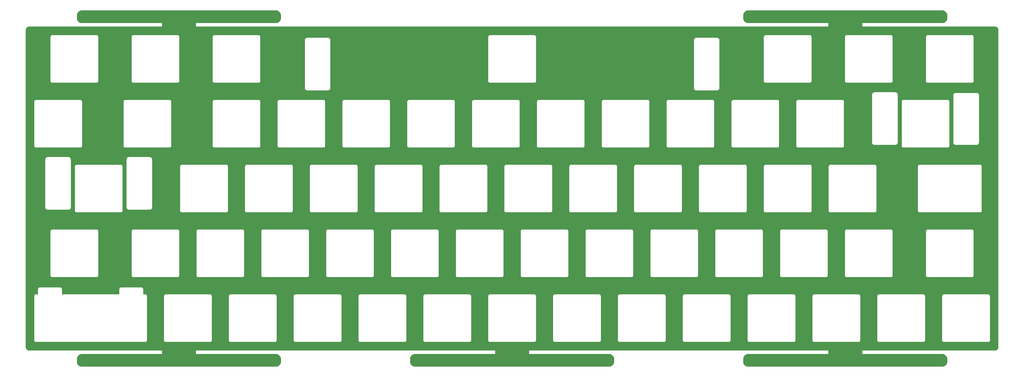
<source format=gbr>
%TF.GenerationSoftware,KiCad,Pcbnew,7.0.1-0*%
%TF.CreationDate,2023-08-02T23:05:50-05:00*%
%TF.ProjectId,plate,706c6174-652e-46b6-9963-61645f706362,rev?*%
%TF.SameCoordinates,Original*%
%TF.FileFunction,Copper,L1,Top*%
%TF.FilePolarity,Positive*%
%FSLAX46Y46*%
G04 Gerber Fmt 4.6, Leading zero omitted, Abs format (unit mm)*
G04 Created by KiCad (PCBNEW 7.0.1-0) date 2023-08-02 23:05:50*
%MOMM*%
%LPD*%
G01*
G04 APERTURE LIST*
%TA.AperFunction,ViaPad*%
%ADD10C,0.800000*%
%TD*%
G04 APERTURE END LIST*
D10*
%TO.N,GND*%
X254375000Y-41550000D03*
%TD*%
%TA.AperFunction,Conductor*%
%TO.N,GND*%
G36*
X257012441Y-39303977D02*
G01*
X257077632Y-39308641D01*
X257078006Y-39308669D01*
X257220446Y-39319880D01*
X257237073Y-39322332D01*
X257326708Y-39341832D01*
X257329182Y-39342398D01*
X257440533Y-39369130D01*
X257454915Y-39373521D01*
X257545911Y-39407462D01*
X257549900Y-39409030D01*
X257650771Y-39450813D01*
X257662727Y-39456534D01*
X257749704Y-39504027D01*
X257755034Y-39507112D01*
X257846406Y-39563104D01*
X257855906Y-39569552D01*
X257935945Y-39629468D01*
X257942158Y-39634438D01*
X257942545Y-39634768D01*
X258023044Y-39703521D01*
X258030193Y-39710129D01*
X258101051Y-39780986D01*
X258107661Y-39788137D01*
X258176771Y-39869055D01*
X258181741Y-39875268D01*
X258241623Y-39955260D01*
X258248062Y-39964748D01*
X258304114Y-40056217D01*
X258307201Y-40061549D01*
X258354627Y-40148401D01*
X258360356Y-40160376D01*
X258402216Y-40261434D01*
X258403836Y-40265552D01*
X258437645Y-40356194D01*
X258442038Y-40370581D01*
X258468883Y-40482396D01*
X258469475Y-40484985D01*
X258488847Y-40574035D01*
X258491299Y-40590664D01*
X258502634Y-40734676D01*
X258502700Y-40735555D01*
X258507209Y-40798564D01*
X258507525Y-40807415D01*
X258507525Y-41548738D01*
X258507209Y-41557582D01*
X258502601Y-41622027D01*
X258502535Y-41622913D01*
X258491300Y-41765651D01*
X258488849Y-41782276D01*
X258469507Y-41871202D01*
X258468914Y-41873794D01*
X258442019Y-41985819D01*
X258437628Y-42000203D01*
X258403977Y-42090431D01*
X258402355Y-42094553D01*
X258360283Y-42196123D01*
X258354556Y-42208094D01*
X258307463Y-42294344D01*
X258304356Y-42299710D01*
X258247901Y-42391836D01*
X258241443Y-42401354D01*
X258182074Y-42480666D01*
X258177095Y-42486890D01*
X258107346Y-42568555D01*
X258100739Y-42575702D01*
X258030595Y-42645849D01*
X258023443Y-42652461D01*
X257941610Y-42722352D01*
X257935393Y-42727326D01*
X257856362Y-42786492D01*
X257846837Y-42792955D01*
X257754164Y-42849744D01*
X257748804Y-42852847D01*
X257663206Y-42899589D01*
X257651230Y-42905319D01*
X257548465Y-42947886D01*
X257544348Y-42949506D01*
X257455398Y-42982685D01*
X257441009Y-42987078D01*
X257326468Y-43014577D01*
X257323880Y-43015169D01*
X257237525Y-43033955D01*
X257220895Y-43036407D01*
X257069526Y-43048320D01*
X257068648Y-43048386D01*
X257013313Y-43052346D01*
X257004462Y-43052662D01*
X233532785Y-43052662D01*
X233532579Y-43052621D01*
X233508025Y-43052621D01*
X233507911Y-43052668D01*
X233507643Y-43052778D01*
X233507640Y-43052780D01*
X233507484Y-43053161D01*
X233507501Y-43077778D01*
X233507496Y-43077778D01*
X233507525Y-43077922D01*
X233507525Y-44028402D01*
X233507484Y-44028608D01*
X233507484Y-44053163D01*
X233507525Y-44053262D01*
X233507528Y-44053268D01*
X233507640Y-44053541D01*
X233507642Y-44053545D01*
X233507643Y-44053546D01*
X233507829Y-44053622D01*
X233508025Y-44053703D01*
X233508027Y-44053701D01*
X233532641Y-44053686D01*
X233532641Y-44053690D01*
X233532785Y-44053662D01*
X272502610Y-44053662D01*
X272513418Y-44054134D01*
X272518055Y-44054539D01*
X272552956Y-44057593D01*
X272554099Y-44057700D01*
X272679781Y-44070078D01*
X272699695Y-44073702D01*
X272764582Y-44091090D01*
X272768404Y-44092182D01*
X272792764Y-44099571D01*
X272859540Y-44119828D01*
X272875948Y-44126106D01*
X272941993Y-44156903D01*
X272948019Y-44159915D01*
X273016435Y-44196484D01*
X273027012Y-44202138D01*
X273039682Y-44209921D01*
X273100998Y-44252855D01*
X273108539Y-44258577D01*
X273176422Y-44314287D01*
X273185437Y-44322457D01*
X273205980Y-44342999D01*
X273238726Y-44375745D01*
X273246895Y-44384758D01*
X273302642Y-44452687D01*
X273308361Y-44460225D01*
X273351245Y-44521467D01*
X273359030Y-44534139D01*
X273401315Y-44613248D01*
X273404338Y-44619295D01*
X273435064Y-44685183D01*
X273441344Y-44701595D01*
X273469075Y-44793014D01*
X273470188Y-44796913D01*
X273487474Y-44861420D01*
X273491103Y-44881362D01*
X273503578Y-45008024D01*
X273503702Y-45009363D01*
X273507052Y-45047626D01*
X273507525Y-45058441D01*
X273507525Y-138297755D01*
X273507053Y-138308560D01*
X273503627Y-138347728D01*
X273503502Y-138349077D01*
X273491102Y-138474973D01*
X273487475Y-138494908D01*
X273470246Y-138559218D01*
X273469131Y-138563124D01*
X273441312Y-138654831D01*
X273435035Y-138671236D01*
X273404507Y-138736710D01*
X273401481Y-138742765D01*
X273358922Y-138822385D01*
X273351142Y-138835049D01*
X273308625Y-138895775D01*
X273302901Y-138903320D01*
X273246635Y-138971881D01*
X273238464Y-138980897D01*
X273185780Y-139033583D01*
X273176763Y-139041755D01*
X273108041Y-139098155D01*
X273100501Y-139103876D01*
X273040065Y-139146196D01*
X273027391Y-139153982D01*
X272947127Y-139196883D01*
X272941084Y-139199904D01*
X272876342Y-139230097D01*
X272859928Y-139236378D01*
X272766671Y-139264667D01*
X272762771Y-139265780D01*
X272700076Y-139282580D01*
X272680136Y-139286209D01*
X272548587Y-139299166D01*
X272547245Y-139299291D01*
X272514128Y-139302190D01*
X272503315Y-139302662D01*
X233532785Y-139302662D01*
X233532579Y-139302621D01*
X233508023Y-139302621D01*
X233507832Y-139302700D01*
X233507644Y-139302777D01*
X233507640Y-139302780D01*
X233507484Y-139303161D01*
X233507501Y-139327778D01*
X233507496Y-139327778D01*
X233507525Y-139327922D01*
X233507525Y-140278402D01*
X233507484Y-140278608D01*
X233507484Y-140303162D01*
X233507525Y-140303261D01*
X233507641Y-140303544D01*
X233507642Y-140303545D01*
X233507643Y-140303546D01*
X233507833Y-140303624D01*
X233508025Y-140303703D01*
X233508027Y-140303701D01*
X233532641Y-140303686D01*
X233532641Y-140303690D01*
X233532785Y-140303662D01*
X257003596Y-140303662D01*
X257012441Y-140303977D01*
X257077632Y-140308641D01*
X257078006Y-140308669D01*
X257220446Y-140319880D01*
X257237073Y-140322332D01*
X257326719Y-140341834D01*
X257329182Y-140342398D01*
X257440533Y-140369130D01*
X257454914Y-140373521D01*
X257463204Y-140376613D01*
X257545911Y-140407462D01*
X257549900Y-140409030D01*
X257650771Y-140450813D01*
X257662727Y-140456534D01*
X257710987Y-140482886D01*
X257749704Y-140504027D01*
X257755034Y-140507112D01*
X257846406Y-140563104D01*
X257855906Y-140569552D01*
X257935945Y-140629468D01*
X257942158Y-140634438D01*
X257942545Y-140634768D01*
X258023044Y-140703521D01*
X258030193Y-140710129D01*
X258101051Y-140780986D01*
X258107661Y-140788137D01*
X258176771Y-140869055D01*
X258181741Y-140875268D01*
X258241623Y-140955260D01*
X258248062Y-140964748D01*
X258304114Y-141056217D01*
X258307201Y-141061549D01*
X258354627Y-141148401D01*
X258360356Y-141160376D01*
X258402216Y-141261434D01*
X258403836Y-141265552D01*
X258437645Y-141356194D01*
X258442038Y-141370581D01*
X258468883Y-141482396D01*
X258469475Y-141484985D01*
X258488847Y-141574035D01*
X258491299Y-141590664D01*
X258502634Y-141734676D01*
X258502700Y-141735555D01*
X258507209Y-141798564D01*
X258507525Y-141807415D01*
X258507525Y-142548738D01*
X258507209Y-142557582D01*
X258502601Y-142622027D01*
X258502535Y-142622913D01*
X258491300Y-142765651D01*
X258488849Y-142782276D01*
X258469507Y-142871202D01*
X258468914Y-142873794D01*
X258442019Y-142985819D01*
X258437628Y-143000203D01*
X258403977Y-143090431D01*
X258402355Y-143094553D01*
X258360283Y-143196123D01*
X258354556Y-143208094D01*
X258307463Y-143294344D01*
X258304356Y-143299710D01*
X258247901Y-143391836D01*
X258241443Y-143401354D01*
X258182074Y-143480666D01*
X258177095Y-143486890D01*
X258107346Y-143568555D01*
X258100739Y-143575702D01*
X258030595Y-143645849D01*
X258023443Y-143652461D01*
X257941610Y-143722352D01*
X257935393Y-143727326D01*
X257856362Y-143786492D01*
X257846837Y-143792955D01*
X257754164Y-143849744D01*
X257748804Y-143852847D01*
X257663206Y-143899589D01*
X257651230Y-143905319D01*
X257548465Y-143947886D01*
X257544348Y-143949506D01*
X257455398Y-143982685D01*
X257441009Y-143987078D01*
X257326468Y-144014577D01*
X257323880Y-144015169D01*
X257237525Y-144033955D01*
X257220895Y-144036407D01*
X257069526Y-144048320D01*
X257068648Y-144048386D01*
X257013313Y-144052346D01*
X257004462Y-144052662D01*
X200012451Y-144052662D01*
X200003606Y-144052346D01*
X199939033Y-144047728D01*
X199938149Y-144047662D01*
X199795562Y-144036440D01*
X199778934Y-144033988D01*
X199689760Y-144014590D01*
X199687170Y-144013998D01*
X199575425Y-143987171D01*
X199561039Y-143982779D01*
X199470531Y-143949022D01*
X199466411Y-143947401D01*
X199406712Y-143922672D01*
X199365163Y-143905462D01*
X199353196Y-143899737D01*
X199328871Y-143886454D01*
X199266597Y-143852450D01*
X199261235Y-143849346D01*
X199169521Y-143793144D01*
X199160006Y-143786688D01*
X199080273Y-143727000D01*
X199074053Y-143722024D01*
X199073927Y-143721916D01*
X198992861Y-143652679D01*
X198985727Y-143646084D01*
X198956527Y-143616884D01*
X198915089Y-143575445D01*
X198908511Y-143568330D01*
X198839162Y-143487132D01*
X198834215Y-143480948D01*
X198774633Y-143401354D01*
X198774483Y-143401153D01*
X198768024Y-143391635D01*
X198767371Y-143390569D01*
X198711876Y-143300009D01*
X198708804Y-143294703D01*
X198661418Y-143207921D01*
X198655705Y-143195979D01*
X198613842Y-143094912D01*
X198612267Y-143090909D01*
X198578387Y-143000070D01*
X198574002Y-142985706D01*
X198547258Y-142874309D01*
X198546718Y-142871950D01*
X198527189Y-142782166D01*
X198524741Y-142765560D01*
X198513635Y-142624447D01*
X198513627Y-142624350D01*
X198508840Y-142557399D01*
X198508525Y-142548559D01*
X198508525Y-141807594D01*
X198508841Y-141798746D01*
X198513425Y-141734676D01*
X198513521Y-141733341D01*
X198513545Y-141733014D01*
X198524741Y-141590762D01*
X198527193Y-141574136D01*
X198527215Y-141574035D01*
X198546744Y-141484269D01*
X198547311Y-141481793D01*
X198573984Y-141370691D01*
X198578368Y-141356333D01*
X198612403Y-141265089D01*
X198613995Y-141261040D01*
X198655633Y-141160518D01*
X198661343Y-141148583D01*
X198709092Y-141061141D01*
X198712093Y-141055959D01*
X198767871Y-140964937D01*
X198774297Y-140955469D01*
X198834564Y-140874965D01*
X198839490Y-140868806D01*
X198908201Y-140788356D01*
X198914743Y-140781279D01*
X198986155Y-140709870D01*
X198993259Y-140703304D01*
X199073525Y-140634750D01*
X199079705Y-140629807D01*
X199160477Y-140569345D01*
X199169952Y-140562915D01*
X199260379Y-140507501D01*
X199265618Y-140504468D01*
X199353701Y-140456373D01*
X199365619Y-140450672D01*
X199464984Y-140409513D01*
X199468965Y-140407947D01*
X199561545Y-140373419D01*
X199575866Y-140369046D01*
X199684599Y-140342942D01*
X199686827Y-140342432D01*
X199779402Y-140322295D01*
X199795998Y-140319849D01*
X199929573Y-140309336D01*
X199930109Y-140309296D01*
X199977550Y-140305904D01*
X200004491Y-140303978D01*
X200013334Y-140303662D01*
X223483265Y-140303662D01*
X223483408Y-140303690D01*
X223483409Y-140303686D01*
X223508022Y-140303701D01*
X223508025Y-140303703D01*
X223508408Y-140303545D01*
X223508525Y-140303261D01*
X223508566Y-140303162D01*
X223508566Y-140278608D01*
X223508525Y-140278402D01*
X223508525Y-139327922D01*
X223508553Y-139327778D01*
X223508549Y-139327778D01*
X223508564Y-139303164D01*
X223508566Y-139303162D01*
X223508486Y-139302970D01*
X223508409Y-139302780D01*
X223508405Y-139302776D01*
X223508219Y-139302700D01*
X223508027Y-139302621D01*
X223483471Y-139302621D01*
X223483265Y-139302662D01*
X135657785Y-139302662D01*
X135657579Y-139302621D01*
X135633023Y-139302621D01*
X135632832Y-139302700D01*
X135632644Y-139302777D01*
X135632640Y-139302780D01*
X135632484Y-139303161D01*
X135632501Y-139327778D01*
X135632496Y-139327778D01*
X135632525Y-139327922D01*
X135632525Y-140278402D01*
X135632484Y-140278608D01*
X135632484Y-140303162D01*
X135632525Y-140303261D01*
X135632641Y-140303544D01*
X135632642Y-140303545D01*
X135632643Y-140303546D01*
X135632833Y-140303624D01*
X135633025Y-140303703D01*
X135633027Y-140303701D01*
X135657641Y-140303686D01*
X135657641Y-140303690D01*
X135657785Y-140303662D01*
X159128596Y-140303662D01*
X159137441Y-140303977D01*
X159202632Y-140308641D01*
X159203006Y-140308669D01*
X159345446Y-140319880D01*
X159362073Y-140322332D01*
X159451719Y-140341834D01*
X159454182Y-140342398D01*
X159565533Y-140369130D01*
X159579914Y-140373521D01*
X159588204Y-140376613D01*
X159670911Y-140407462D01*
X159674900Y-140409030D01*
X159775771Y-140450813D01*
X159787727Y-140456534D01*
X159835987Y-140482886D01*
X159874704Y-140504027D01*
X159880034Y-140507112D01*
X159971406Y-140563104D01*
X159980906Y-140569552D01*
X160060945Y-140629468D01*
X160067158Y-140634438D01*
X160067545Y-140634768D01*
X160148044Y-140703521D01*
X160155193Y-140710129D01*
X160226051Y-140780986D01*
X160232661Y-140788137D01*
X160301771Y-140869055D01*
X160306741Y-140875268D01*
X160366623Y-140955260D01*
X160373062Y-140964748D01*
X160429114Y-141056217D01*
X160432201Y-141061549D01*
X160479627Y-141148401D01*
X160485356Y-141160376D01*
X160527216Y-141261434D01*
X160528836Y-141265552D01*
X160562645Y-141356194D01*
X160567038Y-141370581D01*
X160593883Y-141482396D01*
X160594475Y-141484985D01*
X160613847Y-141574035D01*
X160616299Y-141590664D01*
X160627634Y-141734676D01*
X160627700Y-141735555D01*
X160632209Y-141798564D01*
X160632525Y-141807415D01*
X160632525Y-142548738D01*
X160632209Y-142557582D01*
X160627601Y-142622027D01*
X160627535Y-142622913D01*
X160616300Y-142765651D01*
X160613849Y-142782276D01*
X160594507Y-142871202D01*
X160593914Y-142873794D01*
X160567019Y-142985819D01*
X160562628Y-143000203D01*
X160528977Y-143090431D01*
X160527355Y-143094553D01*
X160485283Y-143196123D01*
X160479556Y-143208094D01*
X160432463Y-143294344D01*
X160429356Y-143299710D01*
X160372901Y-143391836D01*
X160366443Y-143401354D01*
X160307074Y-143480666D01*
X160302095Y-143486890D01*
X160232346Y-143568555D01*
X160225739Y-143575702D01*
X160155595Y-143645849D01*
X160148443Y-143652461D01*
X160066610Y-143722352D01*
X160060393Y-143727326D01*
X159981362Y-143786492D01*
X159971837Y-143792955D01*
X159879164Y-143849744D01*
X159873804Y-143852847D01*
X159788206Y-143899589D01*
X159776230Y-143905319D01*
X159673465Y-143947886D01*
X159669348Y-143949506D01*
X159580398Y-143982685D01*
X159566009Y-143987078D01*
X159451468Y-144014577D01*
X159448880Y-144015169D01*
X159362525Y-144033955D01*
X159345895Y-144036407D01*
X159194526Y-144048320D01*
X159193648Y-144048386D01*
X159138313Y-144052346D01*
X159129462Y-144052662D01*
X102137451Y-144052662D01*
X102128606Y-144052346D01*
X102064033Y-144047728D01*
X102063149Y-144047662D01*
X101920562Y-144036440D01*
X101903934Y-144033988D01*
X101814760Y-144014590D01*
X101812170Y-144013998D01*
X101700425Y-143987171D01*
X101686039Y-143982779D01*
X101595531Y-143949022D01*
X101591411Y-143947401D01*
X101531712Y-143922672D01*
X101490163Y-143905462D01*
X101478196Y-143899737D01*
X101453871Y-143886454D01*
X101391597Y-143852450D01*
X101386235Y-143849346D01*
X101294521Y-143793144D01*
X101285006Y-143786688D01*
X101205273Y-143727000D01*
X101199053Y-143722024D01*
X101198927Y-143721916D01*
X101117861Y-143652679D01*
X101110727Y-143646084D01*
X101081527Y-143616884D01*
X101040089Y-143575445D01*
X101033511Y-143568330D01*
X100964162Y-143487132D01*
X100959215Y-143480948D01*
X100899633Y-143401354D01*
X100899483Y-143401153D01*
X100893024Y-143391635D01*
X100892371Y-143390569D01*
X100836876Y-143300009D01*
X100833804Y-143294703D01*
X100786418Y-143207921D01*
X100780705Y-143195979D01*
X100738842Y-143094912D01*
X100737267Y-143090909D01*
X100703387Y-143000070D01*
X100699002Y-142985706D01*
X100672258Y-142874309D01*
X100671718Y-142871950D01*
X100652189Y-142782166D01*
X100649741Y-142765560D01*
X100638635Y-142624447D01*
X100638627Y-142624350D01*
X100633840Y-142557399D01*
X100633525Y-142548559D01*
X100633525Y-141807594D01*
X100633841Y-141798746D01*
X100638425Y-141734676D01*
X100638521Y-141733341D01*
X100638545Y-141733014D01*
X100649741Y-141590762D01*
X100652193Y-141574136D01*
X100652215Y-141574035D01*
X100671744Y-141484269D01*
X100672311Y-141481793D01*
X100698984Y-141370691D01*
X100703368Y-141356333D01*
X100737403Y-141265089D01*
X100738995Y-141261040D01*
X100780633Y-141160518D01*
X100786343Y-141148583D01*
X100834092Y-141061141D01*
X100837093Y-141055959D01*
X100892871Y-140964937D01*
X100899297Y-140955469D01*
X100959564Y-140874965D01*
X100964490Y-140868806D01*
X101033201Y-140788356D01*
X101039743Y-140781279D01*
X101111155Y-140709870D01*
X101118259Y-140703304D01*
X101198525Y-140634750D01*
X101204705Y-140629807D01*
X101285477Y-140569345D01*
X101294952Y-140562915D01*
X101385379Y-140507501D01*
X101390618Y-140504468D01*
X101478701Y-140456373D01*
X101490619Y-140450672D01*
X101589984Y-140409513D01*
X101593965Y-140407947D01*
X101686545Y-140373419D01*
X101700866Y-140369046D01*
X101809599Y-140342942D01*
X101811827Y-140342432D01*
X101904402Y-140322295D01*
X101920998Y-140319849D01*
X102054573Y-140309336D01*
X102055109Y-140309296D01*
X102102550Y-140305904D01*
X102129491Y-140303978D01*
X102138334Y-140303662D01*
X125608265Y-140303662D01*
X125608408Y-140303690D01*
X125608409Y-140303686D01*
X125633022Y-140303701D01*
X125633025Y-140303703D01*
X125633408Y-140303545D01*
X125633525Y-140303261D01*
X125633566Y-140303162D01*
X125633566Y-140278608D01*
X125633525Y-140278402D01*
X125633525Y-139327922D01*
X125633553Y-139327778D01*
X125633549Y-139327778D01*
X125633564Y-139303164D01*
X125633566Y-139303162D01*
X125633486Y-139302970D01*
X125633409Y-139302780D01*
X125633405Y-139302776D01*
X125633219Y-139302700D01*
X125633027Y-139302621D01*
X125608471Y-139302621D01*
X125608265Y-139302662D01*
X37782785Y-139302662D01*
X37782579Y-139302621D01*
X37758023Y-139302621D01*
X37757832Y-139302700D01*
X37757644Y-139302777D01*
X37757640Y-139302780D01*
X37757484Y-139303161D01*
X37757501Y-139327778D01*
X37757496Y-139327778D01*
X37757525Y-139327922D01*
X37757525Y-140278402D01*
X37757484Y-140278608D01*
X37757484Y-140303162D01*
X37757525Y-140303261D01*
X37757641Y-140303544D01*
X37757642Y-140303545D01*
X37757643Y-140303546D01*
X37757833Y-140303624D01*
X37758025Y-140303703D01*
X37758027Y-140303701D01*
X37782641Y-140303686D01*
X37782641Y-140303690D01*
X37782785Y-140303662D01*
X61253596Y-140303662D01*
X61262441Y-140303977D01*
X61327632Y-140308641D01*
X61328006Y-140308669D01*
X61470446Y-140319880D01*
X61487073Y-140322332D01*
X61576719Y-140341834D01*
X61579182Y-140342398D01*
X61690533Y-140369130D01*
X61704914Y-140373521D01*
X61713204Y-140376613D01*
X61795911Y-140407462D01*
X61799900Y-140409030D01*
X61900771Y-140450813D01*
X61912727Y-140456534D01*
X61960987Y-140482886D01*
X61999704Y-140504027D01*
X62005034Y-140507112D01*
X62096406Y-140563104D01*
X62105906Y-140569552D01*
X62185945Y-140629468D01*
X62192158Y-140634438D01*
X62192545Y-140634768D01*
X62273044Y-140703521D01*
X62280193Y-140710129D01*
X62351051Y-140780986D01*
X62357661Y-140788137D01*
X62426771Y-140869055D01*
X62431741Y-140875268D01*
X62491623Y-140955260D01*
X62498062Y-140964748D01*
X62554114Y-141056217D01*
X62557201Y-141061549D01*
X62604627Y-141148401D01*
X62610356Y-141160376D01*
X62652216Y-141261434D01*
X62653836Y-141265552D01*
X62687645Y-141356194D01*
X62692038Y-141370581D01*
X62718883Y-141482396D01*
X62719475Y-141484985D01*
X62738847Y-141574035D01*
X62741299Y-141590664D01*
X62752634Y-141734676D01*
X62752700Y-141735555D01*
X62757209Y-141798564D01*
X62757525Y-141807415D01*
X62757525Y-142548738D01*
X62757209Y-142557582D01*
X62752601Y-142622027D01*
X62752535Y-142622913D01*
X62741300Y-142765651D01*
X62738849Y-142782276D01*
X62719507Y-142871202D01*
X62718914Y-142873794D01*
X62692019Y-142985819D01*
X62687628Y-143000203D01*
X62653977Y-143090431D01*
X62652355Y-143094553D01*
X62610283Y-143196123D01*
X62604556Y-143208094D01*
X62557463Y-143294344D01*
X62554356Y-143299710D01*
X62497901Y-143391836D01*
X62491443Y-143401354D01*
X62432074Y-143480666D01*
X62427095Y-143486890D01*
X62357346Y-143568555D01*
X62350739Y-143575702D01*
X62280595Y-143645849D01*
X62273443Y-143652461D01*
X62191610Y-143722352D01*
X62185393Y-143727326D01*
X62106362Y-143786492D01*
X62096837Y-143792955D01*
X62004164Y-143849744D01*
X61998804Y-143852847D01*
X61913206Y-143899589D01*
X61901230Y-143905319D01*
X61798465Y-143947886D01*
X61794348Y-143949506D01*
X61705398Y-143982685D01*
X61691009Y-143987078D01*
X61576468Y-144014577D01*
X61573880Y-144015169D01*
X61487525Y-144033955D01*
X61470895Y-144036407D01*
X61319526Y-144048320D01*
X61318648Y-144048386D01*
X61263313Y-144052346D01*
X61254462Y-144052662D01*
X4262453Y-144052662D01*
X4253608Y-144052346D01*
X4243600Y-144051630D01*
X4188882Y-144047716D01*
X4188001Y-144047650D01*
X4045583Y-144036441D01*
X4028954Y-144033989D01*
X3939571Y-144014545D01*
X3936982Y-144013953D01*
X3825482Y-143987184D01*
X3811096Y-143982792D01*
X3720320Y-143948935D01*
X3716227Y-143947325D01*
X3615244Y-143905496D01*
X3603271Y-143899767D01*
X3516429Y-143852348D01*
X3511066Y-143849243D01*
X3419619Y-143793204D01*
X3410098Y-143786744D01*
X3409761Y-143786492D01*
X3330147Y-143726893D01*
X3323939Y-143721927D01*
X3242960Y-143652764D01*
X3235821Y-143646164D01*
X3165027Y-143575370D01*
X3158418Y-143568221D01*
X3089253Y-143487239D01*
X3084304Y-143481053D01*
X3024445Y-143401091D01*
X3017986Y-143391572D01*
X2961942Y-143300118D01*
X2958858Y-143294791D01*
X2911407Y-143207891D01*
X2905685Y-143195930D01*
X2863879Y-143095001D01*
X2862280Y-143090938D01*
X2828388Y-143000070D01*
X2823997Y-142985686D01*
X2797242Y-142874243D01*
X2796685Y-142871807D01*
X2777194Y-142782210D01*
X2774743Y-142765583D01*
X2763542Y-142623268D01*
X2758841Y-142557537D01*
X2758525Y-142548693D01*
X2758525Y-141807588D01*
X2758841Y-141798743D01*
X2763360Y-141735555D01*
X2763479Y-141733880D01*
X2763520Y-141733341D01*
X2774746Y-141590700D01*
X2777195Y-141574092D01*
X2796642Y-141484695D01*
X2797207Y-141482227D01*
X2824011Y-141370578D01*
X2828391Y-141356233D01*
X2862227Y-141265515D01*
X2863833Y-141261434D01*
X2905714Y-141160324D01*
X2911415Y-141148407D01*
X2958809Y-141061611D01*
X2961879Y-141056309D01*
X3018030Y-140964677D01*
X3024447Y-140955221D01*
X3084268Y-140875310D01*
X3089187Y-140869161D01*
X3158474Y-140788037D01*
X3165046Y-140780927D01*
X3235783Y-140710189D01*
X3242893Y-140703616D01*
X3324047Y-140634305D01*
X3330194Y-140629387D01*
X3410064Y-140569597D01*
X3419533Y-140563172D01*
X3511222Y-140506985D01*
X3516502Y-140503928D01*
X3603238Y-140456566D01*
X3615162Y-140450861D01*
X3716473Y-140408896D01*
X3720403Y-140407350D01*
X3811058Y-140373537D01*
X3825407Y-140369156D01*
X3937464Y-140342254D01*
X3939713Y-140341740D01*
X4028917Y-140322334D01*
X4045517Y-140319887D01*
X4189079Y-140308588D01*
X4189738Y-140308539D01*
X4240660Y-140304896D01*
X4253510Y-140303978D01*
X4262355Y-140303662D01*
X27733265Y-140303662D01*
X27733408Y-140303690D01*
X27733409Y-140303686D01*
X27758022Y-140303701D01*
X27758025Y-140303703D01*
X27758408Y-140303545D01*
X27758525Y-140303261D01*
X27758566Y-140303162D01*
X27758566Y-140278608D01*
X27758525Y-140278402D01*
X27758525Y-139327922D01*
X27758553Y-139327778D01*
X27758549Y-139327778D01*
X27758564Y-139303164D01*
X27758566Y-139303162D01*
X27758487Y-139302970D01*
X27758409Y-139302780D01*
X27758405Y-139302776D01*
X27758219Y-139302700D01*
X27758027Y-139302621D01*
X27733471Y-139302621D01*
X27733265Y-139302662D01*
X-11236559Y-139302662D01*
X-11247367Y-139302190D01*
X-11251735Y-139301808D01*
X-11286751Y-139298743D01*
X-11288091Y-139298618D01*
X-11413734Y-139286244D01*
X-11433674Y-139282616D01*
X-11498341Y-139265289D01*
X-11502244Y-139264175D01*
X-11593538Y-139236481D01*
X-11609947Y-139230202D01*
X-11675807Y-139199491D01*
X-11681855Y-139196467D01*
X-11761031Y-139154147D01*
X-11773702Y-139146363D01*
X-11834856Y-139103542D01*
X-11842397Y-139097821D01*
X-11910436Y-139041983D01*
X-11919452Y-139033811D01*
X-11972624Y-138980639D01*
X-11980796Y-138971623D01*
X-12036634Y-138903584D01*
X-12042355Y-138896043D01*
X-12085176Y-138834889D01*
X-12092960Y-138822218D01*
X-12135280Y-138743042D01*
X-12138304Y-138736994D01*
X-12169015Y-138671134D01*
X-12175294Y-138654725D01*
X-12202988Y-138563431D01*
X-12204102Y-138559528D01*
X-12221429Y-138494861D01*
X-12225057Y-138474921D01*
X-12237431Y-138349278D01*
X-12237556Y-138347938D01*
X-12241003Y-138308559D01*
X-12241475Y-138297746D01*
X-12241475Y-136334555D01*
X-9717475Y-136334555D01*
X-9692378Y-136444513D01*
X-9643442Y-136546129D01*
X-9573121Y-136634308D01*
X-9484942Y-136704629D01*
X-9383326Y-136753565D01*
X-9332621Y-136765138D01*
X-9273369Y-136778662D01*
X-9273368Y-136778662D01*
X-9217074Y-136778662D01*
X-9216975Y-136778662D01*
X-9216475Y-136778662D01*
X22781601Y-136778662D01*
X22781932Y-136778727D01*
X22833025Y-136778724D01*
X22833025Y-136778725D01*
X22889422Y-136778722D01*
X22999385Y-136753617D01*
X23101006Y-136704672D01*
X23189186Y-136634342D01*
X23259506Y-136546152D01*
X23308438Y-136444525D01*
X23333529Y-136334559D01*
X23333527Y-136301400D01*
X28382525Y-136301400D01*
X28382535Y-136301456D01*
X28382533Y-136334552D01*
X28382534Y-136334555D01*
X28407625Y-136444515D01*
X28407626Y-136444517D01*
X28456555Y-136546131D01*
X28456556Y-136546132D01*
X28456557Y-136546134D01*
X28526876Y-136634315D01*
X28526877Y-136634316D01*
X28570024Y-136668725D01*
X28615055Y-136704636D01*
X28716673Y-136753571D01*
X28826632Y-136778665D01*
X28883025Y-136778662D01*
X28883525Y-136778662D01*
X41831601Y-136778662D01*
X41831932Y-136778727D01*
X41883025Y-136778724D01*
X41883025Y-136778725D01*
X41939422Y-136778722D01*
X42049385Y-136753617D01*
X42151006Y-136704672D01*
X42239186Y-136634342D01*
X42309506Y-136546152D01*
X42358438Y-136444525D01*
X42383529Y-136334559D01*
X42383527Y-136301400D01*
X47432525Y-136301400D01*
X47432535Y-136301456D01*
X47432533Y-136334552D01*
X47432534Y-136334555D01*
X47457625Y-136444515D01*
X47457626Y-136444517D01*
X47506555Y-136546131D01*
X47506556Y-136546132D01*
X47506557Y-136546134D01*
X47576876Y-136634315D01*
X47576877Y-136634316D01*
X47620024Y-136668725D01*
X47665055Y-136704636D01*
X47766673Y-136753571D01*
X47876632Y-136778665D01*
X47933025Y-136778662D01*
X47933525Y-136778662D01*
X60881601Y-136778662D01*
X60881932Y-136778727D01*
X60933025Y-136778724D01*
X60933025Y-136778725D01*
X60989422Y-136778722D01*
X61099385Y-136753617D01*
X61201006Y-136704672D01*
X61289186Y-136634342D01*
X61359506Y-136546152D01*
X61408438Y-136444525D01*
X61433529Y-136334559D01*
X61433527Y-136301400D01*
X66482525Y-136301400D01*
X66482535Y-136301456D01*
X66482533Y-136334552D01*
X66482534Y-136334555D01*
X66507625Y-136444515D01*
X66507626Y-136444517D01*
X66556555Y-136546131D01*
X66556556Y-136546132D01*
X66556557Y-136546134D01*
X66626876Y-136634315D01*
X66626877Y-136634316D01*
X66670024Y-136668725D01*
X66715055Y-136704636D01*
X66816673Y-136753571D01*
X66926632Y-136778665D01*
X66983025Y-136778662D01*
X66983525Y-136778662D01*
X79931601Y-136778662D01*
X79931932Y-136778727D01*
X79983025Y-136778724D01*
X79983025Y-136778725D01*
X80039422Y-136778722D01*
X80149385Y-136753617D01*
X80251006Y-136704672D01*
X80339186Y-136634342D01*
X80409506Y-136546152D01*
X80458438Y-136444525D01*
X80483529Y-136334559D01*
X80483527Y-136301400D01*
X85532525Y-136301400D01*
X85532535Y-136301456D01*
X85532533Y-136334552D01*
X85532534Y-136334555D01*
X85557625Y-136444515D01*
X85557626Y-136444517D01*
X85606555Y-136546131D01*
X85606556Y-136546132D01*
X85606557Y-136546134D01*
X85676876Y-136634315D01*
X85676877Y-136634316D01*
X85720024Y-136668725D01*
X85765055Y-136704636D01*
X85866673Y-136753571D01*
X85976632Y-136778665D01*
X86033025Y-136778662D01*
X86033525Y-136778662D01*
X98981601Y-136778662D01*
X98981932Y-136778727D01*
X99033025Y-136778724D01*
X99033025Y-136778725D01*
X99089422Y-136778722D01*
X99199385Y-136753617D01*
X99301006Y-136704672D01*
X99389186Y-136634342D01*
X99459506Y-136546152D01*
X99508438Y-136444525D01*
X99533529Y-136334559D01*
X99533527Y-136301400D01*
X104582525Y-136301400D01*
X104582535Y-136301456D01*
X104582533Y-136334552D01*
X104582534Y-136334555D01*
X104607625Y-136444515D01*
X104607626Y-136444517D01*
X104656555Y-136546131D01*
X104656556Y-136546132D01*
X104656557Y-136546134D01*
X104726876Y-136634315D01*
X104726877Y-136634316D01*
X104770024Y-136668725D01*
X104815055Y-136704636D01*
X104916673Y-136753571D01*
X105026632Y-136778665D01*
X105083025Y-136778662D01*
X105083525Y-136778662D01*
X118031601Y-136778662D01*
X118031932Y-136778727D01*
X118083025Y-136778724D01*
X118083025Y-136778725D01*
X118139422Y-136778722D01*
X118249385Y-136753617D01*
X118351006Y-136704672D01*
X118439186Y-136634342D01*
X118509506Y-136546152D01*
X118558438Y-136444525D01*
X118583529Y-136334559D01*
X118583527Y-136301400D01*
X123632525Y-136301400D01*
X123632535Y-136301456D01*
X123632533Y-136334552D01*
X123632534Y-136334555D01*
X123657625Y-136444515D01*
X123657626Y-136444517D01*
X123706555Y-136546131D01*
X123706556Y-136546132D01*
X123706557Y-136546134D01*
X123776876Y-136634315D01*
X123776877Y-136634316D01*
X123820024Y-136668725D01*
X123865055Y-136704636D01*
X123966673Y-136753571D01*
X124076632Y-136778665D01*
X124133025Y-136778662D01*
X124133525Y-136778662D01*
X137081601Y-136778662D01*
X137081932Y-136778727D01*
X137133025Y-136778724D01*
X137133025Y-136778725D01*
X137189422Y-136778722D01*
X137299385Y-136753617D01*
X137401006Y-136704672D01*
X137489186Y-136634342D01*
X137559506Y-136546152D01*
X137608438Y-136444525D01*
X137633529Y-136334559D01*
X137633527Y-136301400D01*
X142682525Y-136301400D01*
X142682535Y-136301456D01*
X142682533Y-136334552D01*
X142682534Y-136334555D01*
X142707625Y-136444515D01*
X142707626Y-136444517D01*
X142756555Y-136546131D01*
X142756556Y-136546132D01*
X142756557Y-136546134D01*
X142826876Y-136634315D01*
X142826877Y-136634316D01*
X142870024Y-136668725D01*
X142915055Y-136704636D01*
X143016673Y-136753571D01*
X143126632Y-136778665D01*
X143183025Y-136778662D01*
X143183525Y-136778662D01*
X156131601Y-136778662D01*
X156131932Y-136778727D01*
X156183025Y-136778724D01*
X156183025Y-136778725D01*
X156239422Y-136778722D01*
X156349385Y-136753617D01*
X156451006Y-136704672D01*
X156539186Y-136634342D01*
X156609506Y-136546152D01*
X156658438Y-136444525D01*
X156683529Y-136334559D01*
X156683527Y-136301400D01*
X161732525Y-136301400D01*
X161732535Y-136301456D01*
X161732533Y-136334552D01*
X161732534Y-136334555D01*
X161757625Y-136444515D01*
X161757626Y-136444517D01*
X161806555Y-136546131D01*
X161806556Y-136546132D01*
X161806557Y-136546134D01*
X161876876Y-136634315D01*
X161876877Y-136634316D01*
X161920024Y-136668725D01*
X161965055Y-136704636D01*
X162066673Y-136753571D01*
X162176632Y-136778665D01*
X162233025Y-136778662D01*
X162233525Y-136778662D01*
X175181601Y-136778662D01*
X175181932Y-136778727D01*
X175233025Y-136778724D01*
X175233025Y-136778725D01*
X175289422Y-136778722D01*
X175399385Y-136753617D01*
X175501006Y-136704672D01*
X175589186Y-136634342D01*
X175659506Y-136546152D01*
X175708438Y-136444525D01*
X175733529Y-136334559D01*
X175733527Y-136301400D01*
X180782525Y-136301400D01*
X180782535Y-136301456D01*
X180782533Y-136334552D01*
X180782534Y-136334555D01*
X180807625Y-136444515D01*
X180807626Y-136444517D01*
X180856555Y-136546131D01*
X180856556Y-136546132D01*
X180856557Y-136546134D01*
X180926876Y-136634315D01*
X180926877Y-136634316D01*
X180970024Y-136668725D01*
X181015055Y-136704636D01*
X181116673Y-136753571D01*
X181226632Y-136778665D01*
X181283025Y-136778662D01*
X181283525Y-136778662D01*
X194231601Y-136778662D01*
X194231932Y-136778727D01*
X194283025Y-136778724D01*
X194283025Y-136778725D01*
X194339422Y-136778722D01*
X194449385Y-136753617D01*
X194551006Y-136704672D01*
X194639186Y-136634342D01*
X194709506Y-136546152D01*
X194758438Y-136444525D01*
X194783529Y-136334559D01*
X194783527Y-136301400D01*
X199832525Y-136301400D01*
X199832535Y-136301456D01*
X199832533Y-136334552D01*
X199832534Y-136334555D01*
X199857625Y-136444515D01*
X199857626Y-136444517D01*
X199906555Y-136546131D01*
X199906556Y-136546132D01*
X199906557Y-136546134D01*
X199976876Y-136634315D01*
X199976877Y-136634316D01*
X200020024Y-136668725D01*
X200065055Y-136704636D01*
X200166673Y-136753571D01*
X200276632Y-136778665D01*
X200333025Y-136778662D01*
X200333525Y-136778662D01*
X213281601Y-136778662D01*
X213281932Y-136778727D01*
X213333025Y-136778724D01*
X213333025Y-136778725D01*
X213389422Y-136778722D01*
X213499385Y-136753617D01*
X213601006Y-136704672D01*
X213689186Y-136634342D01*
X213759506Y-136546152D01*
X213808438Y-136444525D01*
X213833529Y-136334559D01*
X213833527Y-136301400D01*
X218882525Y-136301400D01*
X218882535Y-136301456D01*
X218882533Y-136334552D01*
X218882534Y-136334555D01*
X218907625Y-136444515D01*
X218907626Y-136444517D01*
X218956555Y-136546131D01*
X218956556Y-136546132D01*
X218956557Y-136546134D01*
X219026876Y-136634315D01*
X219026877Y-136634316D01*
X219070024Y-136668725D01*
X219115055Y-136704636D01*
X219216673Y-136753571D01*
X219326632Y-136778665D01*
X219383025Y-136778662D01*
X219383525Y-136778662D01*
X232331601Y-136778662D01*
X232331932Y-136778727D01*
X232383025Y-136778724D01*
X232383025Y-136778725D01*
X232439422Y-136778722D01*
X232549385Y-136753617D01*
X232651006Y-136704672D01*
X232739186Y-136634342D01*
X232809506Y-136546152D01*
X232858438Y-136444525D01*
X232883529Y-136334559D01*
X232883527Y-136301400D01*
X237932525Y-136301400D01*
X237932535Y-136301456D01*
X237932533Y-136334552D01*
X237932534Y-136334555D01*
X237957625Y-136444515D01*
X237957626Y-136444517D01*
X238006555Y-136546131D01*
X238006556Y-136546132D01*
X238006557Y-136546134D01*
X238076876Y-136634315D01*
X238076877Y-136634316D01*
X238120024Y-136668725D01*
X238165055Y-136704636D01*
X238266673Y-136753571D01*
X238376632Y-136778665D01*
X238433025Y-136778662D01*
X238433525Y-136778662D01*
X251381601Y-136778662D01*
X251381932Y-136778727D01*
X251433025Y-136778724D01*
X251433025Y-136778725D01*
X251489422Y-136778722D01*
X251599385Y-136753617D01*
X251701006Y-136704672D01*
X251789186Y-136634342D01*
X251859506Y-136546152D01*
X251908438Y-136444525D01*
X251933529Y-136334559D01*
X251933527Y-136301400D01*
X256982525Y-136301400D01*
X256982535Y-136301456D01*
X256982533Y-136334552D01*
X256982534Y-136334555D01*
X257007625Y-136444515D01*
X257007626Y-136444517D01*
X257056555Y-136546131D01*
X257056556Y-136546132D01*
X257056557Y-136546134D01*
X257126876Y-136634315D01*
X257126877Y-136634316D01*
X257170024Y-136668725D01*
X257215055Y-136704636D01*
X257316673Y-136753571D01*
X257426632Y-136778665D01*
X257483025Y-136778662D01*
X257483525Y-136778662D01*
X270431601Y-136778662D01*
X270431932Y-136778727D01*
X270483025Y-136778724D01*
X270483025Y-136778725D01*
X270539422Y-136778722D01*
X270649385Y-136753617D01*
X270751006Y-136704672D01*
X270839186Y-136634342D01*
X270909506Y-136546152D01*
X270958438Y-136444525D01*
X270983529Y-136334559D01*
X270983525Y-136278162D01*
X270983525Y-136277662D01*
X270983525Y-123329535D01*
X270983541Y-123329449D01*
X270983534Y-123221771D01*
X270983534Y-123221769D01*
X270958431Y-123111813D01*
X270909491Y-123010200D01*
X270839169Y-122922022D01*
X270796051Y-122887637D01*
X270750990Y-122851702D01*
X270716230Y-122834962D01*
X270649374Y-122802765D01*
X270649343Y-122802758D01*
X270539418Y-122777665D01*
X270483124Y-122777662D01*
X257482926Y-122777662D01*
X257458917Y-122777662D01*
X257458601Y-122777723D01*
X257426638Y-122777722D01*
X257426637Y-122777722D01*
X257316684Y-122802811D01*
X257316682Y-122802811D01*
X257316681Y-122802812D01*
X257215074Y-122851736D01*
X257126893Y-122922049D01*
X257056572Y-123010217D01*
X257007632Y-123111824D01*
X256982529Y-123221772D01*
X256982525Y-123278062D01*
X256982525Y-136301400D01*
X251933527Y-136301400D01*
X251933525Y-136278162D01*
X251933525Y-136277662D01*
X251933525Y-123329535D01*
X251933541Y-123329449D01*
X251933534Y-123221771D01*
X251933534Y-123221769D01*
X251908431Y-123111813D01*
X251859491Y-123010200D01*
X251789169Y-122922022D01*
X251746051Y-122887637D01*
X251700990Y-122851702D01*
X251666230Y-122834962D01*
X251599374Y-122802765D01*
X251599343Y-122802758D01*
X251489418Y-122777665D01*
X251433124Y-122777662D01*
X238432926Y-122777662D01*
X238408917Y-122777662D01*
X238408601Y-122777723D01*
X238376638Y-122777722D01*
X238376637Y-122777722D01*
X238266684Y-122802811D01*
X238266682Y-122802811D01*
X238266681Y-122802812D01*
X238165074Y-122851736D01*
X238076893Y-122922049D01*
X238006572Y-123010217D01*
X237957632Y-123111824D01*
X237932529Y-123221772D01*
X237932525Y-123278062D01*
X237932525Y-136301400D01*
X232883527Y-136301400D01*
X232883525Y-136278162D01*
X232883525Y-136277662D01*
X232883525Y-123329535D01*
X232883541Y-123329449D01*
X232883534Y-123221771D01*
X232883534Y-123221769D01*
X232858431Y-123111813D01*
X232809491Y-123010200D01*
X232739169Y-122922022D01*
X232696051Y-122887637D01*
X232650990Y-122851702D01*
X232616230Y-122834962D01*
X232549374Y-122802765D01*
X232549343Y-122802758D01*
X232439418Y-122777665D01*
X232383124Y-122777662D01*
X219382926Y-122777662D01*
X219358917Y-122777662D01*
X219358601Y-122777723D01*
X219326638Y-122777722D01*
X219326637Y-122777722D01*
X219216684Y-122802811D01*
X219216682Y-122802811D01*
X219216681Y-122802812D01*
X219115074Y-122851736D01*
X219026893Y-122922049D01*
X218956572Y-123010217D01*
X218907632Y-123111824D01*
X218882529Y-123221772D01*
X218882525Y-123278062D01*
X218882525Y-136301400D01*
X213833527Y-136301400D01*
X213833525Y-136278162D01*
X213833525Y-136277662D01*
X213833525Y-123329535D01*
X213833541Y-123329449D01*
X213833534Y-123221771D01*
X213833534Y-123221769D01*
X213808431Y-123111813D01*
X213759491Y-123010200D01*
X213689169Y-122922022D01*
X213646051Y-122887637D01*
X213600990Y-122851702D01*
X213566230Y-122834962D01*
X213499374Y-122802765D01*
X213499343Y-122802758D01*
X213389418Y-122777665D01*
X213333124Y-122777662D01*
X200332926Y-122777662D01*
X200308917Y-122777662D01*
X200308601Y-122777723D01*
X200276638Y-122777722D01*
X200276637Y-122777722D01*
X200166684Y-122802811D01*
X200166682Y-122802811D01*
X200166681Y-122802812D01*
X200065074Y-122851736D01*
X199976893Y-122922049D01*
X199906572Y-123010217D01*
X199857632Y-123111824D01*
X199832529Y-123221772D01*
X199832525Y-123278062D01*
X199832525Y-136301400D01*
X194783527Y-136301400D01*
X194783525Y-136278162D01*
X194783525Y-136277662D01*
X194783525Y-123329535D01*
X194783541Y-123329449D01*
X194783534Y-123221771D01*
X194783534Y-123221769D01*
X194758431Y-123111813D01*
X194709491Y-123010200D01*
X194639169Y-122922022D01*
X194596051Y-122887637D01*
X194550990Y-122851702D01*
X194516230Y-122834962D01*
X194449374Y-122802765D01*
X194449343Y-122802758D01*
X194339418Y-122777665D01*
X194283124Y-122777662D01*
X181282926Y-122777662D01*
X181258917Y-122777662D01*
X181258601Y-122777723D01*
X181226638Y-122777722D01*
X181226637Y-122777722D01*
X181116684Y-122802811D01*
X181116682Y-122802811D01*
X181116681Y-122802812D01*
X181015074Y-122851736D01*
X180926893Y-122922049D01*
X180856572Y-123010217D01*
X180807632Y-123111824D01*
X180782529Y-123221772D01*
X180782525Y-123278062D01*
X180782525Y-136301400D01*
X175733527Y-136301400D01*
X175733525Y-136278162D01*
X175733525Y-136277662D01*
X175733525Y-123329535D01*
X175733541Y-123329449D01*
X175733534Y-123221771D01*
X175733534Y-123221769D01*
X175708431Y-123111813D01*
X175659491Y-123010200D01*
X175589169Y-122922022D01*
X175546051Y-122887637D01*
X175500990Y-122851702D01*
X175466230Y-122834962D01*
X175399374Y-122802765D01*
X175399343Y-122802758D01*
X175289418Y-122777665D01*
X175233124Y-122777662D01*
X162232926Y-122777662D01*
X162208917Y-122777662D01*
X162208601Y-122777723D01*
X162176638Y-122777722D01*
X162176637Y-122777722D01*
X162066684Y-122802811D01*
X162066682Y-122802811D01*
X162066681Y-122802812D01*
X161965074Y-122851736D01*
X161876893Y-122922049D01*
X161806572Y-123010217D01*
X161757632Y-123111824D01*
X161732529Y-123221772D01*
X161732525Y-123278062D01*
X161732525Y-136301400D01*
X156683527Y-136301400D01*
X156683525Y-136278162D01*
X156683525Y-136277662D01*
X156683525Y-123329535D01*
X156683541Y-123329449D01*
X156683534Y-123221771D01*
X156683534Y-123221769D01*
X156658431Y-123111813D01*
X156609491Y-123010200D01*
X156539169Y-122922022D01*
X156496051Y-122887637D01*
X156450990Y-122851702D01*
X156416230Y-122834962D01*
X156349374Y-122802765D01*
X156349343Y-122802758D01*
X156239418Y-122777665D01*
X156183124Y-122777662D01*
X143182926Y-122777662D01*
X143158917Y-122777662D01*
X143158601Y-122777723D01*
X143126638Y-122777722D01*
X143126637Y-122777722D01*
X143016684Y-122802811D01*
X143016682Y-122802811D01*
X143016681Y-122802812D01*
X142915074Y-122851736D01*
X142826893Y-122922049D01*
X142756572Y-123010217D01*
X142707632Y-123111824D01*
X142682529Y-123221772D01*
X142682525Y-123278062D01*
X142682525Y-136301400D01*
X137633527Y-136301400D01*
X137633525Y-136278162D01*
X137633525Y-136277662D01*
X137633525Y-123329535D01*
X137633541Y-123329449D01*
X137633534Y-123221771D01*
X137633534Y-123221769D01*
X137608431Y-123111813D01*
X137559491Y-123010200D01*
X137489169Y-122922022D01*
X137446051Y-122887637D01*
X137400990Y-122851702D01*
X137366230Y-122834962D01*
X137299374Y-122802765D01*
X137299343Y-122802758D01*
X137189418Y-122777665D01*
X137133124Y-122777662D01*
X124132926Y-122777662D01*
X124108917Y-122777662D01*
X124108601Y-122777723D01*
X124076638Y-122777722D01*
X124076637Y-122777722D01*
X123966684Y-122802811D01*
X123966682Y-122802811D01*
X123966681Y-122802812D01*
X123865074Y-122851736D01*
X123776893Y-122922049D01*
X123706572Y-123010217D01*
X123657632Y-123111824D01*
X123632529Y-123221772D01*
X123632525Y-123278062D01*
X123632525Y-136301400D01*
X118583527Y-136301400D01*
X118583525Y-136278162D01*
X118583525Y-136277662D01*
X118583525Y-123329535D01*
X118583541Y-123329449D01*
X118583534Y-123221771D01*
X118583534Y-123221769D01*
X118558431Y-123111813D01*
X118509491Y-123010200D01*
X118439169Y-122922022D01*
X118396051Y-122887637D01*
X118350990Y-122851702D01*
X118316230Y-122834962D01*
X118249374Y-122802765D01*
X118249343Y-122802758D01*
X118139418Y-122777665D01*
X118083124Y-122777662D01*
X105082926Y-122777662D01*
X105058917Y-122777662D01*
X105058601Y-122777723D01*
X105026638Y-122777722D01*
X105026637Y-122777722D01*
X104916684Y-122802811D01*
X104916682Y-122802811D01*
X104916681Y-122802812D01*
X104815074Y-122851736D01*
X104726893Y-122922049D01*
X104656572Y-123010217D01*
X104607632Y-123111824D01*
X104582529Y-123221772D01*
X104582525Y-123278062D01*
X104582525Y-136301400D01*
X99533527Y-136301400D01*
X99533525Y-136278162D01*
X99533525Y-136277662D01*
X99533525Y-123329535D01*
X99533541Y-123329449D01*
X99533534Y-123221771D01*
X99533534Y-123221769D01*
X99508431Y-123111813D01*
X99459491Y-123010200D01*
X99389169Y-122922022D01*
X99346051Y-122887637D01*
X99300990Y-122851702D01*
X99266230Y-122834962D01*
X99199374Y-122802765D01*
X99199343Y-122802758D01*
X99089418Y-122777665D01*
X99033124Y-122777662D01*
X86032926Y-122777662D01*
X86008917Y-122777662D01*
X86008601Y-122777723D01*
X85976638Y-122777722D01*
X85976637Y-122777722D01*
X85866684Y-122802811D01*
X85866682Y-122802811D01*
X85866681Y-122802812D01*
X85765074Y-122851736D01*
X85676893Y-122922049D01*
X85606572Y-123010217D01*
X85557632Y-123111824D01*
X85532529Y-123221772D01*
X85532525Y-123278062D01*
X85532525Y-136301400D01*
X80483527Y-136301400D01*
X80483525Y-136278162D01*
X80483525Y-136277662D01*
X80483525Y-123329535D01*
X80483541Y-123329449D01*
X80483534Y-123221771D01*
X80483534Y-123221769D01*
X80458431Y-123111813D01*
X80409491Y-123010200D01*
X80339169Y-122922022D01*
X80296051Y-122887637D01*
X80250990Y-122851702D01*
X80216230Y-122834962D01*
X80149374Y-122802765D01*
X80149343Y-122802758D01*
X80039418Y-122777665D01*
X79983124Y-122777662D01*
X66982926Y-122777662D01*
X66958917Y-122777662D01*
X66958601Y-122777723D01*
X66926638Y-122777722D01*
X66926637Y-122777722D01*
X66816684Y-122802811D01*
X66816682Y-122802811D01*
X66816681Y-122802812D01*
X66715074Y-122851736D01*
X66626893Y-122922049D01*
X66556572Y-123010217D01*
X66507632Y-123111824D01*
X66482529Y-123221772D01*
X66482525Y-123278062D01*
X66482525Y-136301400D01*
X61433527Y-136301400D01*
X61433525Y-136278162D01*
X61433525Y-136277662D01*
X61433525Y-123329535D01*
X61433541Y-123329449D01*
X61433534Y-123221771D01*
X61433534Y-123221769D01*
X61408431Y-123111813D01*
X61359491Y-123010200D01*
X61289169Y-122922022D01*
X61246051Y-122887637D01*
X61200990Y-122851702D01*
X61166230Y-122834962D01*
X61099374Y-122802765D01*
X61099343Y-122802758D01*
X60989418Y-122777665D01*
X60933124Y-122777662D01*
X47932926Y-122777662D01*
X47908917Y-122777662D01*
X47908601Y-122777723D01*
X47876638Y-122777722D01*
X47876637Y-122777722D01*
X47766684Y-122802811D01*
X47766682Y-122802811D01*
X47766681Y-122802812D01*
X47665074Y-122851736D01*
X47576893Y-122922049D01*
X47506572Y-123010217D01*
X47457632Y-123111824D01*
X47432529Y-123221772D01*
X47432525Y-123278062D01*
X47432525Y-136301400D01*
X42383527Y-136301400D01*
X42383525Y-136278162D01*
X42383525Y-136277662D01*
X42383525Y-123329535D01*
X42383541Y-123329449D01*
X42383534Y-123221771D01*
X42383534Y-123221769D01*
X42358431Y-123111813D01*
X42309491Y-123010200D01*
X42239169Y-122922022D01*
X42196051Y-122887637D01*
X42150990Y-122851702D01*
X42116230Y-122834962D01*
X42049374Y-122802765D01*
X42049343Y-122802758D01*
X41939418Y-122777665D01*
X41883124Y-122777662D01*
X28882926Y-122777662D01*
X28858917Y-122777662D01*
X28858601Y-122777723D01*
X28826638Y-122777722D01*
X28826637Y-122777722D01*
X28716684Y-122802811D01*
X28716682Y-122802811D01*
X28716681Y-122802812D01*
X28615074Y-122851736D01*
X28526893Y-122922049D01*
X28456572Y-123010217D01*
X28407632Y-123111824D01*
X28382529Y-123221772D01*
X28382525Y-123278062D01*
X28382525Y-136301400D01*
X23333527Y-136301400D01*
X23333525Y-136278162D01*
X23333525Y-136277662D01*
X23333525Y-123329535D01*
X23333541Y-123329449D01*
X23333534Y-123221771D01*
X23333534Y-123221769D01*
X23308431Y-123111813D01*
X23259491Y-123010200D01*
X23189169Y-122922022D01*
X23146051Y-122887637D01*
X23100990Y-122851702D01*
X23066230Y-122834962D01*
X22999374Y-122802765D01*
X22999343Y-122802758D01*
X22889418Y-122777665D01*
X22833124Y-122777662D01*
X22370525Y-122777662D01*
X22308525Y-122761049D01*
X22263138Y-122715662D01*
X22246525Y-122653662D01*
X22246525Y-121329535D01*
X22246541Y-121329449D01*
X22246534Y-121221771D01*
X22246534Y-121221769D01*
X22221431Y-121111813D01*
X22172491Y-121010200D01*
X22102169Y-120922022D01*
X22059051Y-120887637D01*
X22013990Y-120851702D01*
X21979230Y-120834962D01*
X21912374Y-120802765D01*
X21912343Y-120802758D01*
X21802418Y-120777665D01*
X21746124Y-120777662D01*
X15745926Y-120777662D01*
X15721917Y-120777662D01*
X15721601Y-120777723D01*
X15689638Y-120777722D01*
X15689637Y-120777722D01*
X15579684Y-120802811D01*
X15579682Y-120802811D01*
X15579681Y-120802812D01*
X15478074Y-120851736D01*
X15389893Y-120922049D01*
X15319572Y-121010217D01*
X15270632Y-121111824D01*
X15245529Y-121221772D01*
X15245525Y-121278062D01*
X15245525Y-122653662D01*
X15228912Y-122715662D01*
X15183525Y-122761049D01*
X15121525Y-122777662D01*
X-1505475Y-122777662D01*
X-1567475Y-122761049D01*
X-1612862Y-122715662D01*
X-1629475Y-122653662D01*
X-1629475Y-121221768D01*
X-1654571Y-121111811D01*
X-1703507Y-121010194D01*
X-1773829Y-120922016D01*
X-1862007Y-120851694D01*
X-1963624Y-120802758D01*
X-2073581Y-120777662D01*
X-2073582Y-120777662D01*
X-2129876Y-120777662D01*
X-8129475Y-120777662D01*
X-8129975Y-120777662D01*
X-8186368Y-120777662D01*
X-8186369Y-120777662D01*
X-8296325Y-120802758D01*
X-8397942Y-120851694D01*
X-8443020Y-120887644D01*
X-8486121Y-120922016D01*
X-8521801Y-120966757D01*
X-8556442Y-121010194D01*
X-8605378Y-121111811D01*
X-8630475Y-121221768D01*
X-8630475Y-122653662D01*
X-8647088Y-122715662D01*
X-8692475Y-122761049D01*
X-8754475Y-122777662D01*
X-9273369Y-122777662D01*
X-9383325Y-122802758D01*
X-9484942Y-122851694D01*
X-9530020Y-122887644D01*
X-9573121Y-122922016D01*
X-9608801Y-122966757D01*
X-9643442Y-123010194D01*
X-9692378Y-123111811D01*
X-9704977Y-123167013D01*
X-9717475Y-123221769D01*
X-9717475Y-123278063D01*
X-9717475Y-136277662D01*
X-9717475Y-136278162D01*
X-9717475Y-136334555D01*
X-12241475Y-136334555D01*
X-12241475Y-117284555D01*
X-4954975Y-117284555D01*
X-4929878Y-117394513D01*
X-4880942Y-117496129D01*
X-4810621Y-117584308D01*
X-4722442Y-117654629D01*
X-4620826Y-117703565D01*
X-4570121Y-117715138D01*
X-4510869Y-117728662D01*
X-4510868Y-117728662D01*
X-4454574Y-117728662D01*
X-4454475Y-117728662D01*
X-4453975Y-117728662D01*
X8494160Y-117728662D01*
X8494175Y-117728665D01*
X8545525Y-117728665D01*
X8601917Y-117728665D01*
X8601918Y-117728665D01*
X8711876Y-117703566D01*
X8813492Y-117654630D01*
X8901671Y-117584309D01*
X8971992Y-117496129D01*
X9020927Y-117394513D01*
X9046025Y-117284555D01*
X9046025Y-117251400D01*
X18857525Y-117251400D01*
X18857535Y-117251456D01*
X18857533Y-117284552D01*
X18857534Y-117284555D01*
X18882625Y-117394515D01*
X18882626Y-117394517D01*
X18931555Y-117496131D01*
X18931556Y-117496132D01*
X18931557Y-117496134D01*
X19001871Y-117584309D01*
X19001877Y-117584316D01*
X19045024Y-117618725D01*
X19090055Y-117654636D01*
X19191673Y-117703571D01*
X19301632Y-117728665D01*
X19358025Y-117728662D01*
X19358525Y-117728662D01*
X32306601Y-117728662D01*
X32306932Y-117728727D01*
X32358025Y-117728724D01*
X32358025Y-117728725D01*
X32414422Y-117728722D01*
X32524385Y-117703617D01*
X32626006Y-117654672D01*
X32714186Y-117584342D01*
X32714213Y-117584309D01*
X32784506Y-117496152D01*
X32784517Y-117496129D01*
X32833438Y-117394525D01*
X32858529Y-117284559D01*
X32858527Y-117251400D01*
X37907525Y-117251400D01*
X37907535Y-117251456D01*
X37907533Y-117284552D01*
X37907534Y-117284555D01*
X37932625Y-117394515D01*
X37932626Y-117394517D01*
X37981555Y-117496131D01*
X37981556Y-117496132D01*
X37981557Y-117496134D01*
X38051871Y-117584309D01*
X38051877Y-117584316D01*
X38095024Y-117618725D01*
X38140055Y-117654636D01*
X38241673Y-117703571D01*
X38351632Y-117728665D01*
X38408025Y-117728662D01*
X38408525Y-117728662D01*
X51356601Y-117728662D01*
X51356932Y-117728727D01*
X51408025Y-117728724D01*
X51408025Y-117728725D01*
X51464422Y-117728722D01*
X51574385Y-117703617D01*
X51676006Y-117654672D01*
X51764186Y-117584342D01*
X51764213Y-117584309D01*
X51834506Y-117496152D01*
X51834517Y-117496129D01*
X51883438Y-117394525D01*
X51908529Y-117284559D01*
X51908527Y-117251400D01*
X56957525Y-117251400D01*
X56957535Y-117251456D01*
X56957533Y-117284552D01*
X56957534Y-117284555D01*
X56982625Y-117394515D01*
X56982626Y-117394517D01*
X57031555Y-117496131D01*
X57031556Y-117496132D01*
X57031557Y-117496134D01*
X57101871Y-117584309D01*
X57101877Y-117584316D01*
X57145024Y-117618725D01*
X57190055Y-117654636D01*
X57291673Y-117703571D01*
X57401632Y-117728665D01*
X57458025Y-117728662D01*
X57458525Y-117728662D01*
X70406601Y-117728662D01*
X70406932Y-117728727D01*
X70458025Y-117728724D01*
X70458025Y-117728725D01*
X70514422Y-117728722D01*
X70624385Y-117703617D01*
X70726006Y-117654672D01*
X70814186Y-117584342D01*
X70814213Y-117584309D01*
X70884506Y-117496152D01*
X70884517Y-117496129D01*
X70933438Y-117394525D01*
X70958529Y-117284559D01*
X70958527Y-117251400D01*
X76007525Y-117251400D01*
X76007535Y-117251456D01*
X76007533Y-117284552D01*
X76007534Y-117284555D01*
X76032625Y-117394515D01*
X76032626Y-117394517D01*
X76081555Y-117496131D01*
X76081556Y-117496132D01*
X76081557Y-117496134D01*
X76151871Y-117584309D01*
X76151877Y-117584316D01*
X76195024Y-117618725D01*
X76240055Y-117654636D01*
X76341673Y-117703571D01*
X76451632Y-117728665D01*
X76508025Y-117728662D01*
X76508525Y-117728662D01*
X89456601Y-117728662D01*
X89456932Y-117728727D01*
X89508025Y-117728724D01*
X89508025Y-117728725D01*
X89564422Y-117728722D01*
X89674385Y-117703617D01*
X89776006Y-117654672D01*
X89864186Y-117584342D01*
X89864213Y-117584309D01*
X89934506Y-117496152D01*
X89934517Y-117496129D01*
X89983438Y-117394525D01*
X90008529Y-117284559D01*
X90008527Y-117251400D01*
X95057525Y-117251400D01*
X95057535Y-117251456D01*
X95057533Y-117284552D01*
X95057534Y-117284555D01*
X95082625Y-117394515D01*
X95082626Y-117394517D01*
X95131555Y-117496131D01*
X95131556Y-117496132D01*
X95131557Y-117496134D01*
X95201871Y-117584309D01*
X95201877Y-117584316D01*
X95245024Y-117618725D01*
X95290055Y-117654636D01*
X95391673Y-117703571D01*
X95501632Y-117728665D01*
X95558025Y-117728662D01*
X95558525Y-117728662D01*
X108506601Y-117728662D01*
X108506932Y-117728727D01*
X108558025Y-117728724D01*
X108558025Y-117728725D01*
X108614422Y-117728722D01*
X108724385Y-117703617D01*
X108826006Y-117654672D01*
X108914186Y-117584342D01*
X108914213Y-117584309D01*
X108984506Y-117496152D01*
X108984517Y-117496129D01*
X109033438Y-117394525D01*
X109058529Y-117284559D01*
X109058527Y-117251400D01*
X114107525Y-117251400D01*
X114107535Y-117251456D01*
X114107533Y-117284552D01*
X114107534Y-117284555D01*
X114132625Y-117394515D01*
X114132626Y-117394517D01*
X114181555Y-117496131D01*
X114181556Y-117496132D01*
X114181557Y-117496134D01*
X114251871Y-117584309D01*
X114251877Y-117584316D01*
X114295024Y-117618725D01*
X114340055Y-117654636D01*
X114441673Y-117703571D01*
X114551632Y-117728665D01*
X114608025Y-117728662D01*
X114608525Y-117728662D01*
X127556601Y-117728662D01*
X127556932Y-117728727D01*
X127608025Y-117728724D01*
X127608025Y-117728725D01*
X127664422Y-117728722D01*
X127774385Y-117703617D01*
X127876006Y-117654672D01*
X127964186Y-117584342D01*
X127964213Y-117584309D01*
X128034506Y-117496152D01*
X128034517Y-117496129D01*
X128083438Y-117394525D01*
X128108529Y-117284559D01*
X128108527Y-117251400D01*
X133157525Y-117251400D01*
X133157535Y-117251456D01*
X133157533Y-117284552D01*
X133157534Y-117284555D01*
X133182625Y-117394515D01*
X133182626Y-117394517D01*
X133231555Y-117496131D01*
X133231556Y-117496132D01*
X133231557Y-117496134D01*
X133301871Y-117584309D01*
X133301877Y-117584316D01*
X133345024Y-117618725D01*
X133390055Y-117654636D01*
X133491673Y-117703571D01*
X133601632Y-117728665D01*
X133658025Y-117728662D01*
X133658525Y-117728662D01*
X146606601Y-117728662D01*
X146606932Y-117728727D01*
X146658025Y-117728724D01*
X146658025Y-117728725D01*
X146714422Y-117728722D01*
X146824385Y-117703617D01*
X146926006Y-117654672D01*
X147014186Y-117584342D01*
X147014213Y-117584309D01*
X147084506Y-117496152D01*
X147084517Y-117496129D01*
X147133438Y-117394525D01*
X147158529Y-117284559D01*
X147158527Y-117251400D01*
X152207525Y-117251400D01*
X152207535Y-117251456D01*
X152207533Y-117284552D01*
X152207534Y-117284555D01*
X152232625Y-117394515D01*
X152232626Y-117394517D01*
X152281555Y-117496131D01*
X152281556Y-117496132D01*
X152281557Y-117496134D01*
X152351871Y-117584309D01*
X152351877Y-117584316D01*
X152395024Y-117618725D01*
X152440055Y-117654636D01*
X152541673Y-117703571D01*
X152651632Y-117728665D01*
X152708025Y-117728662D01*
X152708525Y-117728662D01*
X165656601Y-117728662D01*
X165656932Y-117728727D01*
X165708025Y-117728724D01*
X165708025Y-117728725D01*
X165764422Y-117728722D01*
X165874385Y-117703617D01*
X165976006Y-117654672D01*
X166064186Y-117584342D01*
X166064213Y-117584309D01*
X166134506Y-117496152D01*
X166134517Y-117496129D01*
X166183438Y-117394525D01*
X166208529Y-117284559D01*
X166208527Y-117251400D01*
X171257525Y-117251400D01*
X171257535Y-117251456D01*
X171257533Y-117284552D01*
X171257534Y-117284555D01*
X171282625Y-117394515D01*
X171282626Y-117394517D01*
X171331555Y-117496131D01*
X171331556Y-117496132D01*
X171331557Y-117496134D01*
X171401871Y-117584309D01*
X171401877Y-117584316D01*
X171445024Y-117618725D01*
X171490055Y-117654636D01*
X171591673Y-117703571D01*
X171701632Y-117728665D01*
X171758025Y-117728662D01*
X171758525Y-117728662D01*
X184706601Y-117728662D01*
X184706932Y-117728727D01*
X184758025Y-117728724D01*
X184758025Y-117728725D01*
X184814422Y-117728722D01*
X184924385Y-117703617D01*
X185026006Y-117654672D01*
X185114186Y-117584342D01*
X185114213Y-117584309D01*
X185184506Y-117496152D01*
X185184517Y-117496129D01*
X185233438Y-117394525D01*
X185258529Y-117284559D01*
X185258527Y-117251400D01*
X190307525Y-117251400D01*
X190307535Y-117251456D01*
X190307533Y-117284552D01*
X190307534Y-117284555D01*
X190332625Y-117394515D01*
X190332626Y-117394517D01*
X190381555Y-117496131D01*
X190381556Y-117496132D01*
X190381557Y-117496134D01*
X190451871Y-117584309D01*
X190451877Y-117584316D01*
X190495024Y-117618725D01*
X190540055Y-117654636D01*
X190641673Y-117703571D01*
X190751632Y-117728665D01*
X190808025Y-117728662D01*
X190808525Y-117728662D01*
X203756601Y-117728662D01*
X203756932Y-117728727D01*
X203808025Y-117728724D01*
X203808025Y-117728725D01*
X203864422Y-117728722D01*
X203974385Y-117703617D01*
X204076006Y-117654672D01*
X204164186Y-117584342D01*
X204164213Y-117584309D01*
X204234506Y-117496152D01*
X204234517Y-117496129D01*
X204283438Y-117394525D01*
X204308529Y-117284559D01*
X204308527Y-117251400D01*
X209357525Y-117251400D01*
X209357535Y-117251456D01*
X209357533Y-117284552D01*
X209357534Y-117284555D01*
X209382625Y-117394515D01*
X209382626Y-117394517D01*
X209431555Y-117496131D01*
X209431556Y-117496132D01*
X209431557Y-117496134D01*
X209501871Y-117584309D01*
X209501877Y-117584316D01*
X209545024Y-117618725D01*
X209590055Y-117654636D01*
X209691673Y-117703571D01*
X209801632Y-117728665D01*
X209858025Y-117728662D01*
X209858525Y-117728662D01*
X222806601Y-117728662D01*
X222806932Y-117728727D01*
X222858025Y-117728724D01*
X222858025Y-117728725D01*
X222914422Y-117728722D01*
X223024385Y-117703617D01*
X223126006Y-117654672D01*
X223214186Y-117584342D01*
X223214213Y-117584309D01*
X223284506Y-117496152D01*
X223284517Y-117496129D01*
X223333438Y-117394525D01*
X223358529Y-117284559D01*
X223358527Y-117251400D01*
X228407525Y-117251400D01*
X228407535Y-117251456D01*
X228407533Y-117284552D01*
X228407534Y-117284555D01*
X228432625Y-117394515D01*
X228432626Y-117394517D01*
X228481555Y-117496131D01*
X228481556Y-117496132D01*
X228481557Y-117496134D01*
X228551871Y-117584309D01*
X228551877Y-117584316D01*
X228595024Y-117618725D01*
X228640055Y-117654636D01*
X228741673Y-117703571D01*
X228851632Y-117728665D01*
X228908025Y-117728662D01*
X228908525Y-117728662D01*
X241856601Y-117728662D01*
X241856932Y-117728727D01*
X241908025Y-117728724D01*
X241908025Y-117728725D01*
X241964422Y-117728722D01*
X242074385Y-117703617D01*
X242176006Y-117654672D01*
X242264186Y-117584342D01*
X242264213Y-117584309D01*
X242334506Y-117496152D01*
X242334517Y-117496129D01*
X242383438Y-117394525D01*
X242408529Y-117284559D01*
X242408527Y-117251400D01*
X252220025Y-117251400D01*
X252220035Y-117251456D01*
X252220033Y-117284552D01*
X252220034Y-117284555D01*
X252245125Y-117394515D01*
X252245126Y-117394517D01*
X252294055Y-117496131D01*
X252294056Y-117496132D01*
X252294057Y-117496134D01*
X252364371Y-117584309D01*
X252364377Y-117584316D01*
X252407524Y-117618725D01*
X252452555Y-117654636D01*
X252554173Y-117703571D01*
X252664132Y-117728665D01*
X252720525Y-117728662D01*
X252721025Y-117728662D01*
X265669101Y-117728662D01*
X265669432Y-117728727D01*
X265720525Y-117728724D01*
X265720525Y-117728725D01*
X265776922Y-117728722D01*
X265886885Y-117703617D01*
X265988506Y-117654672D01*
X266076686Y-117584342D01*
X266076713Y-117584309D01*
X266147006Y-117496152D01*
X266147017Y-117496129D01*
X266195938Y-117394525D01*
X266221029Y-117284559D01*
X266221025Y-117228162D01*
X266221025Y-117227662D01*
X266221025Y-104279535D01*
X266221041Y-104279449D01*
X266221034Y-104171771D01*
X266221034Y-104171769D01*
X266195931Y-104061813D01*
X266146991Y-103960200D01*
X266076669Y-103872022D01*
X266033551Y-103837637D01*
X265988490Y-103801702D01*
X265953730Y-103784962D01*
X265886874Y-103752765D01*
X265886843Y-103752758D01*
X265776918Y-103727665D01*
X265720624Y-103727662D01*
X252720426Y-103727662D01*
X252696417Y-103727662D01*
X252696101Y-103727723D01*
X252664138Y-103727722D01*
X252664137Y-103727722D01*
X252554184Y-103752811D01*
X252554182Y-103752811D01*
X252554181Y-103752812D01*
X252452574Y-103801736D01*
X252364393Y-103872049D01*
X252294072Y-103960217D01*
X252245132Y-104061824D01*
X252220029Y-104171772D01*
X252220025Y-104228062D01*
X252220025Y-117251400D01*
X242408527Y-117251400D01*
X242408525Y-117228162D01*
X242408525Y-117227662D01*
X242408525Y-104279535D01*
X242408541Y-104279449D01*
X242408534Y-104171771D01*
X242408534Y-104171769D01*
X242383431Y-104061813D01*
X242334491Y-103960200D01*
X242264169Y-103872022D01*
X242221051Y-103837637D01*
X242175990Y-103801702D01*
X242141230Y-103784962D01*
X242074374Y-103752765D01*
X242074343Y-103752758D01*
X241964418Y-103727665D01*
X241908124Y-103727662D01*
X228907926Y-103727662D01*
X228883917Y-103727662D01*
X228883601Y-103727723D01*
X228851638Y-103727722D01*
X228851637Y-103727722D01*
X228741684Y-103752811D01*
X228741682Y-103752811D01*
X228741681Y-103752812D01*
X228640074Y-103801736D01*
X228551893Y-103872049D01*
X228481572Y-103960217D01*
X228432632Y-104061824D01*
X228407529Y-104171772D01*
X228407525Y-104228062D01*
X228407525Y-117251400D01*
X223358527Y-117251400D01*
X223358525Y-117228162D01*
X223358525Y-117227662D01*
X223358525Y-104279535D01*
X223358541Y-104279449D01*
X223358534Y-104171771D01*
X223358534Y-104171769D01*
X223333431Y-104061813D01*
X223284491Y-103960200D01*
X223214169Y-103872022D01*
X223171051Y-103837637D01*
X223125990Y-103801702D01*
X223091230Y-103784962D01*
X223024374Y-103752765D01*
X223024343Y-103752758D01*
X222914418Y-103727665D01*
X222858124Y-103727662D01*
X209857926Y-103727662D01*
X209833917Y-103727662D01*
X209833601Y-103727723D01*
X209801638Y-103727722D01*
X209801637Y-103727722D01*
X209691684Y-103752811D01*
X209691682Y-103752811D01*
X209691681Y-103752812D01*
X209590074Y-103801736D01*
X209501893Y-103872049D01*
X209431572Y-103960217D01*
X209382632Y-104061824D01*
X209357529Y-104171772D01*
X209357525Y-104228062D01*
X209357525Y-117251400D01*
X204308527Y-117251400D01*
X204308525Y-117228162D01*
X204308525Y-117227662D01*
X204308525Y-104279535D01*
X204308541Y-104279449D01*
X204308534Y-104171771D01*
X204308534Y-104171769D01*
X204283431Y-104061813D01*
X204234491Y-103960200D01*
X204164169Y-103872022D01*
X204121051Y-103837637D01*
X204075990Y-103801702D01*
X204041230Y-103784962D01*
X203974374Y-103752765D01*
X203974343Y-103752758D01*
X203864418Y-103727665D01*
X203808124Y-103727662D01*
X190807926Y-103727662D01*
X190783917Y-103727662D01*
X190783601Y-103727723D01*
X190751638Y-103727722D01*
X190751637Y-103727722D01*
X190641684Y-103752811D01*
X190641682Y-103752811D01*
X190641681Y-103752812D01*
X190540074Y-103801736D01*
X190451893Y-103872049D01*
X190381572Y-103960217D01*
X190332632Y-104061824D01*
X190307529Y-104171772D01*
X190307525Y-104228062D01*
X190307525Y-117251400D01*
X185258527Y-117251400D01*
X185258525Y-117228162D01*
X185258525Y-117227662D01*
X185258525Y-104279535D01*
X185258541Y-104279449D01*
X185258534Y-104171771D01*
X185258534Y-104171769D01*
X185233431Y-104061813D01*
X185184491Y-103960200D01*
X185114169Y-103872022D01*
X185071051Y-103837637D01*
X185025990Y-103801702D01*
X184991230Y-103784962D01*
X184924374Y-103752765D01*
X184924343Y-103752758D01*
X184814418Y-103727665D01*
X184758124Y-103727662D01*
X171757926Y-103727662D01*
X171733917Y-103727662D01*
X171733601Y-103727723D01*
X171701638Y-103727722D01*
X171701637Y-103727722D01*
X171591684Y-103752811D01*
X171591682Y-103752811D01*
X171591681Y-103752812D01*
X171490074Y-103801736D01*
X171401893Y-103872049D01*
X171331572Y-103960217D01*
X171282632Y-104061824D01*
X171257529Y-104171772D01*
X171257525Y-104228062D01*
X171257525Y-117251400D01*
X166208527Y-117251400D01*
X166208525Y-117228162D01*
X166208525Y-117227662D01*
X166208525Y-104279535D01*
X166208541Y-104279449D01*
X166208534Y-104171771D01*
X166208534Y-104171769D01*
X166183431Y-104061813D01*
X166134491Y-103960200D01*
X166064169Y-103872022D01*
X166021051Y-103837637D01*
X165975990Y-103801702D01*
X165941230Y-103784962D01*
X165874374Y-103752765D01*
X165874343Y-103752758D01*
X165764418Y-103727665D01*
X165708124Y-103727662D01*
X152707926Y-103727662D01*
X152683917Y-103727662D01*
X152683601Y-103727723D01*
X152651638Y-103727722D01*
X152651637Y-103727722D01*
X152541684Y-103752811D01*
X152541682Y-103752811D01*
X152541681Y-103752812D01*
X152440074Y-103801736D01*
X152351893Y-103872049D01*
X152281572Y-103960217D01*
X152232632Y-104061824D01*
X152207529Y-104171772D01*
X152207525Y-104228062D01*
X152207525Y-117251400D01*
X147158527Y-117251400D01*
X147158525Y-117228162D01*
X147158525Y-117227662D01*
X147158525Y-104279535D01*
X147158541Y-104279449D01*
X147158534Y-104171771D01*
X147158534Y-104171769D01*
X147133431Y-104061813D01*
X147084491Y-103960200D01*
X147014169Y-103872022D01*
X146971051Y-103837637D01*
X146925990Y-103801702D01*
X146891230Y-103784962D01*
X146824374Y-103752765D01*
X146824343Y-103752758D01*
X146714418Y-103727665D01*
X146658124Y-103727662D01*
X133657926Y-103727662D01*
X133633917Y-103727662D01*
X133633601Y-103727723D01*
X133601638Y-103727722D01*
X133601637Y-103727722D01*
X133491684Y-103752811D01*
X133491682Y-103752811D01*
X133491681Y-103752812D01*
X133390074Y-103801736D01*
X133301893Y-103872049D01*
X133231572Y-103960217D01*
X133182632Y-104061824D01*
X133157529Y-104171772D01*
X133157525Y-104228062D01*
X133157525Y-117251400D01*
X128108527Y-117251400D01*
X128108525Y-117228162D01*
X128108525Y-117227662D01*
X128108525Y-104279535D01*
X128108541Y-104279449D01*
X128108534Y-104171771D01*
X128108534Y-104171769D01*
X128083431Y-104061813D01*
X128034491Y-103960200D01*
X127964169Y-103872022D01*
X127921051Y-103837637D01*
X127875990Y-103801702D01*
X127841230Y-103784962D01*
X127774374Y-103752765D01*
X127774343Y-103752758D01*
X127664418Y-103727665D01*
X127608124Y-103727662D01*
X114607926Y-103727662D01*
X114583917Y-103727662D01*
X114583601Y-103727723D01*
X114551638Y-103727722D01*
X114551637Y-103727722D01*
X114441684Y-103752811D01*
X114441682Y-103752811D01*
X114441681Y-103752812D01*
X114340074Y-103801736D01*
X114251893Y-103872049D01*
X114181572Y-103960217D01*
X114132632Y-104061824D01*
X114107529Y-104171772D01*
X114107525Y-104228062D01*
X114107525Y-117251400D01*
X109058527Y-117251400D01*
X109058525Y-117228162D01*
X109058525Y-117227662D01*
X109058525Y-104279535D01*
X109058541Y-104279449D01*
X109058534Y-104171771D01*
X109058534Y-104171769D01*
X109033431Y-104061813D01*
X108984491Y-103960200D01*
X108914169Y-103872022D01*
X108871051Y-103837637D01*
X108825990Y-103801702D01*
X108791230Y-103784962D01*
X108724374Y-103752765D01*
X108724343Y-103752758D01*
X108614418Y-103727665D01*
X108558124Y-103727662D01*
X95557926Y-103727662D01*
X95533917Y-103727662D01*
X95533601Y-103727723D01*
X95501638Y-103727722D01*
X95501637Y-103727722D01*
X95391684Y-103752811D01*
X95391682Y-103752811D01*
X95391681Y-103752812D01*
X95290074Y-103801736D01*
X95201893Y-103872049D01*
X95131572Y-103960217D01*
X95082632Y-104061824D01*
X95057529Y-104171772D01*
X95057525Y-104228062D01*
X95057525Y-117251400D01*
X90008527Y-117251400D01*
X90008525Y-117228162D01*
X90008525Y-117227662D01*
X90008525Y-104279535D01*
X90008541Y-104279449D01*
X90008534Y-104171771D01*
X90008534Y-104171769D01*
X89983431Y-104061813D01*
X89934491Y-103960200D01*
X89864169Y-103872022D01*
X89821051Y-103837637D01*
X89775990Y-103801702D01*
X89741230Y-103784962D01*
X89674374Y-103752765D01*
X89674343Y-103752758D01*
X89564418Y-103727665D01*
X89508124Y-103727662D01*
X76507926Y-103727662D01*
X76483917Y-103727662D01*
X76483601Y-103727723D01*
X76451638Y-103727722D01*
X76451637Y-103727722D01*
X76341684Y-103752811D01*
X76341682Y-103752811D01*
X76341681Y-103752812D01*
X76240074Y-103801736D01*
X76151893Y-103872049D01*
X76081572Y-103960217D01*
X76032632Y-104061824D01*
X76007529Y-104171772D01*
X76007525Y-104228062D01*
X76007525Y-117251400D01*
X70958527Y-117251400D01*
X70958525Y-117228162D01*
X70958525Y-117227662D01*
X70958525Y-104279535D01*
X70958541Y-104279449D01*
X70958534Y-104171771D01*
X70958534Y-104171769D01*
X70933431Y-104061813D01*
X70884491Y-103960200D01*
X70814169Y-103872022D01*
X70771051Y-103837637D01*
X70725990Y-103801702D01*
X70691230Y-103784962D01*
X70624374Y-103752765D01*
X70624343Y-103752758D01*
X70514418Y-103727665D01*
X70458124Y-103727662D01*
X57457926Y-103727662D01*
X57433917Y-103727662D01*
X57433601Y-103727723D01*
X57401638Y-103727722D01*
X57401637Y-103727722D01*
X57291684Y-103752811D01*
X57291682Y-103752811D01*
X57291681Y-103752812D01*
X57190074Y-103801736D01*
X57101893Y-103872049D01*
X57031572Y-103960217D01*
X56982632Y-104061824D01*
X56957529Y-104171772D01*
X56957525Y-104228062D01*
X56957525Y-117251400D01*
X51908527Y-117251400D01*
X51908525Y-117228162D01*
X51908525Y-117227662D01*
X51908525Y-104279535D01*
X51908541Y-104279449D01*
X51908534Y-104171771D01*
X51908534Y-104171769D01*
X51883431Y-104061813D01*
X51834491Y-103960200D01*
X51764169Y-103872022D01*
X51721051Y-103837637D01*
X51675990Y-103801702D01*
X51641230Y-103784962D01*
X51574374Y-103752765D01*
X51574343Y-103752758D01*
X51464418Y-103727665D01*
X51408124Y-103727662D01*
X38407926Y-103727662D01*
X38383917Y-103727662D01*
X38383601Y-103727723D01*
X38351638Y-103727722D01*
X38351637Y-103727722D01*
X38241684Y-103752811D01*
X38241682Y-103752811D01*
X38241681Y-103752812D01*
X38140074Y-103801736D01*
X38051893Y-103872049D01*
X37981572Y-103960217D01*
X37932632Y-104061824D01*
X37907529Y-104171772D01*
X37907525Y-104228062D01*
X37907525Y-117251400D01*
X32858527Y-117251400D01*
X32858525Y-117228162D01*
X32858525Y-117227662D01*
X32858525Y-104279535D01*
X32858541Y-104279449D01*
X32858534Y-104171771D01*
X32858534Y-104171769D01*
X32833431Y-104061813D01*
X32784491Y-103960200D01*
X32714169Y-103872022D01*
X32671051Y-103837637D01*
X32625990Y-103801702D01*
X32591230Y-103784962D01*
X32524374Y-103752765D01*
X32524343Y-103752758D01*
X32414418Y-103727665D01*
X32358124Y-103727662D01*
X19357926Y-103727662D01*
X19333917Y-103727662D01*
X19333601Y-103727723D01*
X19301638Y-103727722D01*
X19301637Y-103727722D01*
X19191684Y-103752811D01*
X19191682Y-103752811D01*
X19191681Y-103752812D01*
X19090074Y-103801736D01*
X19001893Y-103872049D01*
X18931572Y-103960217D01*
X18882632Y-104061824D01*
X18857529Y-104171772D01*
X18857525Y-104228062D01*
X18857525Y-117251400D01*
X9046025Y-117251400D01*
X9046025Y-117228162D01*
X9046025Y-117227662D01*
X9046025Y-104279535D01*
X9046041Y-104279449D01*
X9046034Y-104171771D01*
X9046034Y-104171769D01*
X9020931Y-104061813D01*
X8971991Y-103960200D01*
X8901669Y-103872022D01*
X8858551Y-103837637D01*
X8813490Y-103801702D01*
X8778730Y-103784962D01*
X8711874Y-103752765D01*
X8711843Y-103752758D01*
X8601918Y-103727665D01*
X8545624Y-103727662D01*
X-4453975Y-103727662D01*
X-4454475Y-103727662D01*
X-4510868Y-103727662D01*
X-4510869Y-103727662D01*
X-4620825Y-103752758D01*
X-4722442Y-103801694D01*
X-4767520Y-103837644D01*
X-4810621Y-103872016D01*
X-4846301Y-103916757D01*
X-4880942Y-103960194D01*
X-4929878Y-104061811D01*
X-4942477Y-104117013D01*
X-4954975Y-104171769D01*
X-4954975Y-104228063D01*
X-4954975Y-117227662D01*
X-4954975Y-117228162D01*
X-4954975Y-117284555D01*
X-12241475Y-117284555D01*
X-12241475Y-98203705D01*
X2188775Y-98203705D01*
X2188778Y-98203720D01*
X2188778Y-98234555D01*
X2213875Y-98344512D01*
X2238130Y-98394878D01*
X2262812Y-98446130D01*
X2333122Y-98534296D01*
X2333131Y-98534307D01*
X2333174Y-98534341D01*
X2421311Y-98604628D01*
X2470264Y-98628203D01*
X2522925Y-98653564D01*
X2632882Y-98678662D01*
X2689176Y-98678662D01*
X2689275Y-98678662D01*
X2689775Y-98678662D01*
X15637898Y-98678662D01*
X15637948Y-98678672D01*
X15689275Y-98678675D01*
X15745646Y-98678677D01*
X15745668Y-98678678D01*
X15745668Y-98678677D01*
X15745669Y-98678678D01*
X15855631Y-98653583D01*
X15923378Y-98620958D01*
X15957251Y-98604648D01*
X16002346Y-98568685D01*
X16045433Y-98534324D01*
X16115754Y-98446140D01*
X16164687Y-98344519D01*
X16189779Y-98234556D01*
X16189777Y-98201400D01*
X33145025Y-98201400D01*
X33145035Y-98201456D01*
X33145033Y-98234552D01*
X33145034Y-98234555D01*
X33170125Y-98344515D01*
X33170126Y-98344517D01*
X33219055Y-98446131D01*
X33219056Y-98446132D01*
X33219057Y-98446134D01*
X33253726Y-98489609D01*
X33289377Y-98534316D01*
X33332498Y-98568704D01*
X33377555Y-98604636D01*
X33479173Y-98653571D01*
X33589132Y-98678665D01*
X33645525Y-98678662D01*
X33646025Y-98678662D01*
X46594101Y-98678662D01*
X46594432Y-98678727D01*
X46645525Y-98678724D01*
X46645525Y-98678725D01*
X46701922Y-98678722D01*
X46811885Y-98653617D01*
X46913506Y-98604672D01*
X47001686Y-98534342D01*
X47001701Y-98534324D01*
X47072006Y-98446152D01*
X47072022Y-98446118D01*
X47120938Y-98344525D01*
X47146029Y-98234559D01*
X47146027Y-98201400D01*
X52195025Y-98201400D01*
X52195035Y-98201456D01*
X52195033Y-98234552D01*
X52195034Y-98234555D01*
X52220125Y-98344515D01*
X52220126Y-98344517D01*
X52269055Y-98446131D01*
X52269056Y-98446132D01*
X52269057Y-98446134D01*
X52303726Y-98489609D01*
X52339377Y-98534316D01*
X52382498Y-98568704D01*
X52427555Y-98604636D01*
X52529173Y-98653571D01*
X52639132Y-98678665D01*
X52695525Y-98678662D01*
X52696025Y-98678662D01*
X65644101Y-98678662D01*
X65644432Y-98678727D01*
X65695525Y-98678724D01*
X65695525Y-98678725D01*
X65751922Y-98678722D01*
X65861885Y-98653617D01*
X65963506Y-98604672D01*
X66051686Y-98534342D01*
X66051701Y-98534324D01*
X66122006Y-98446152D01*
X66122022Y-98446118D01*
X66170938Y-98344525D01*
X66196029Y-98234559D01*
X66196027Y-98201400D01*
X71245025Y-98201400D01*
X71245035Y-98201456D01*
X71245033Y-98234552D01*
X71245034Y-98234555D01*
X71270125Y-98344515D01*
X71270126Y-98344517D01*
X71319055Y-98446131D01*
X71319056Y-98446132D01*
X71319057Y-98446134D01*
X71353726Y-98489609D01*
X71389377Y-98534316D01*
X71432498Y-98568704D01*
X71477555Y-98604636D01*
X71579173Y-98653571D01*
X71689132Y-98678665D01*
X71745525Y-98678662D01*
X71746025Y-98678662D01*
X84694101Y-98678662D01*
X84694432Y-98678727D01*
X84745525Y-98678724D01*
X84745525Y-98678725D01*
X84801922Y-98678722D01*
X84911885Y-98653617D01*
X85013506Y-98604672D01*
X85101686Y-98534342D01*
X85101701Y-98534324D01*
X85172006Y-98446152D01*
X85172022Y-98446118D01*
X85220938Y-98344525D01*
X85246029Y-98234559D01*
X85246027Y-98201400D01*
X90295025Y-98201400D01*
X90295035Y-98201456D01*
X90295033Y-98234552D01*
X90295034Y-98234555D01*
X90320125Y-98344515D01*
X90320126Y-98344517D01*
X90369055Y-98446131D01*
X90369056Y-98446132D01*
X90369057Y-98446134D01*
X90403726Y-98489609D01*
X90439377Y-98534316D01*
X90482498Y-98568704D01*
X90527555Y-98604636D01*
X90629173Y-98653571D01*
X90739132Y-98678665D01*
X90795525Y-98678662D01*
X90796025Y-98678662D01*
X103744101Y-98678662D01*
X103744432Y-98678727D01*
X103795525Y-98678724D01*
X103795525Y-98678725D01*
X103851922Y-98678722D01*
X103961885Y-98653617D01*
X104063506Y-98604672D01*
X104151686Y-98534342D01*
X104151701Y-98534324D01*
X104222006Y-98446152D01*
X104222022Y-98446118D01*
X104270938Y-98344525D01*
X104296029Y-98234559D01*
X104296027Y-98201400D01*
X109345025Y-98201400D01*
X109345035Y-98201456D01*
X109345033Y-98234552D01*
X109345034Y-98234555D01*
X109370125Y-98344515D01*
X109370126Y-98344517D01*
X109419055Y-98446131D01*
X109419056Y-98446132D01*
X109419057Y-98446134D01*
X109453726Y-98489609D01*
X109489377Y-98534316D01*
X109532498Y-98568704D01*
X109577555Y-98604636D01*
X109679173Y-98653571D01*
X109789132Y-98678665D01*
X109845525Y-98678662D01*
X109846025Y-98678662D01*
X122794101Y-98678662D01*
X122794432Y-98678727D01*
X122845525Y-98678724D01*
X122845525Y-98678725D01*
X122901922Y-98678722D01*
X123011885Y-98653617D01*
X123113506Y-98604672D01*
X123201686Y-98534342D01*
X123201701Y-98534324D01*
X123272006Y-98446152D01*
X123272022Y-98446118D01*
X123320938Y-98344525D01*
X123346029Y-98234559D01*
X123346027Y-98201400D01*
X128395025Y-98201400D01*
X128395035Y-98201456D01*
X128395033Y-98234552D01*
X128395034Y-98234555D01*
X128420125Y-98344515D01*
X128420126Y-98344517D01*
X128469055Y-98446131D01*
X128469056Y-98446132D01*
X128469057Y-98446134D01*
X128503726Y-98489609D01*
X128539377Y-98534316D01*
X128582498Y-98568704D01*
X128627555Y-98604636D01*
X128729173Y-98653571D01*
X128839132Y-98678665D01*
X128895525Y-98678662D01*
X128896025Y-98678662D01*
X141844101Y-98678662D01*
X141844432Y-98678727D01*
X141895525Y-98678724D01*
X141895525Y-98678725D01*
X141951922Y-98678722D01*
X142061885Y-98653617D01*
X142163506Y-98604672D01*
X142251686Y-98534342D01*
X142251701Y-98534324D01*
X142322006Y-98446152D01*
X142322022Y-98446118D01*
X142370938Y-98344525D01*
X142396029Y-98234559D01*
X142396027Y-98201400D01*
X147445025Y-98201400D01*
X147445035Y-98201456D01*
X147445033Y-98234552D01*
X147445034Y-98234555D01*
X147470125Y-98344515D01*
X147470126Y-98344517D01*
X147519055Y-98446131D01*
X147519056Y-98446132D01*
X147519057Y-98446134D01*
X147553726Y-98489609D01*
X147589377Y-98534316D01*
X147632498Y-98568704D01*
X147677555Y-98604636D01*
X147779173Y-98653571D01*
X147889132Y-98678665D01*
X147945525Y-98678662D01*
X147946025Y-98678662D01*
X160894101Y-98678662D01*
X160894432Y-98678727D01*
X160945525Y-98678724D01*
X160945525Y-98678725D01*
X161001922Y-98678722D01*
X161111885Y-98653617D01*
X161213506Y-98604672D01*
X161301686Y-98534342D01*
X161301701Y-98534324D01*
X161372006Y-98446152D01*
X161372022Y-98446118D01*
X161420938Y-98344525D01*
X161446029Y-98234559D01*
X161446027Y-98201400D01*
X166495025Y-98201400D01*
X166495035Y-98201456D01*
X166495033Y-98234552D01*
X166495034Y-98234555D01*
X166520125Y-98344515D01*
X166520126Y-98344517D01*
X166569055Y-98446131D01*
X166569056Y-98446132D01*
X166569057Y-98446134D01*
X166603726Y-98489609D01*
X166639377Y-98534316D01*
X166682498Y-98568704D01*
X166727555Y-98604636D01*
X166829173Y-98653571D01*
X166939132Y-98678665D01*
X166995525Y-98678662D01*
X166996025Y-98678662D01*
X179944101Y-98678662D01*
X179944432Y-98678727D01*
X179995525Y-98678724D01*
X179995525Y-98678725D01*
X180051922Y-98678722D01*
X180161885Y-98653617D01*
X180263506Y-98604672D01*
X180351686Y-98534342D01*
X180351701Y-98534324D01*
X180422006Y-98446152D01*
X180422022Y-98446118D01*
X180470938Y-98344525D01*
X180496029Y-98234559D01*
X180496027Y-98201400D01*
X185545025Y-98201400D01*
X185545035Y-98201456D01*
X185545033Y-98234552D01*
X185545034Y-98234555D01*
X185570125Y-98344515D01*
X185570126Y-98344517D01*
X185619055Y-98446131D01*
X185619056Y-98446132D01*
X185619057Y-98446134D01*
X185653726Y-98489609D01*
X185689377Y-98534316D01*
X185732498Y-98568704D01*
X185777555Y-98604636D01*
X185879173Y-98653571D01*
X185989132Y-98678665D01*
X186045525Y-98678662D01*
X186046025Y-98678662D01*
X198994101Y-98678662D01*
X198994432Y-98678727D01*
X199045525Y-98678724D01*
X199045525Y-98678725D01*
X199101922Y-98678722D01*
X199211885Y-98653617D01*
X199313506Y-98604672D01*
X199401686Y-98534342D01*
X199401701Y-98534324D01*
X199472006Y-98446152D01*
X199472022Y-98446118D01*
X199520938Y-98344525D01*
X199546029Y-98234559D01*
X199546027Y-98201400D01*
X204595025Y-98201400D01*
X204595035Y-98201456D01*
X204595033Y-98234552D01*
X204595034Y-98234555D01*
X204620125Y-98344515D01*
X204620126Y-98344517D01*
X204669055Y-98446131D01*
X204669056Y-98446132D01*
X204669057Y-98446134D01*
X204703726Y-98489609D01*
X204739377Y-98534316D01*
X204782498Y-98568704D01*
X204827555Y-98604636D01*
X204929173Y-98653571D01*
X205039132Y-98678665D01*
X205095525Y-98678662D01*
X205096025Y-98678662D01*
X218044101Y-98678662D01*
X218044432Y-98678727D01*
X218095525Y-98678724D01*
X218095525Y-98678725D01*
X218151922Y-98678722D01*
X218261885Y-98653617D01*
X218363506Y-98604672D01*
X218451686Y-98534342D01*
X218451701Y-98534324D01*
X218522006Y-98446152D01*
X218522022Y-98446118D01*
X218570938Y-98344525D01*
X218596029Y-98234559D01*
X218596027Y-98201400D01*
X223645025Y-98201400D01*
X223645035Y-98201456D01*
X223645033Y-98234552D01*
X223645034Y-98234555D01*
X223670125Y-98344515D01*
X223670126Y-98344517D01*
X223719055Y-98446131D01*
X223719056Y-98446132D01*
X223719057Y-98446134D01*
X223753726Y-98489609D01*
X223789377Y-98534316D01*
X223832498Y-98568704D01*
X223877555Y-98604636D01*
X223979173Y-98653571D01*
X224089132Y-98678665D01*
X224145525Y-98678662D01*
X224146025Y-98678662D01*
X237094101Y-98678662D01*
X237094432Y-98678727D01*
X237145525Y-98678724D01*
X237145525Y-98678725D01*
X237201922Y-98678722D01*
X237311885Y-98653617D01*
X237413506Y-98604672D01*
X237501686Y-98534342D01*
X237501701Y-98534324D01*
X237572006Y-98446152D01*
X237572022Y-98446118D01*
X237620938Y-98344525D01*
X237646029Y-98234559D01*
X237646027Y-98202423D01*
X249838775Y-98202423D01*
X249838835Y-98202731D01*
X249838833Y-98234551D01*
X249863920Y-98344503D01*
X249912848Y-98446120D01*
X249983156Y-98534296D01*
X250026324Y-98568725D01*
X250071328Y-98604619D01*
X250172935Y-98653558D01*
X250282885Y-98678659D01*
X250314509Y-98678660D01*
X250314519Y-98678662D01*
X250339176Y-98678662D01*
X250339275Y-98678662D01*
X268050398Y-98678662D01*
X268050448Y-98678672D01*
X268101775Y-98678675D01*
X268158146Y-98678677D01*
X268158168Y-98678678D01*
X268158168Y-98678677D01*
X268158169Y-98678678D01*
X268268131Y-98653583D01*
X268335878Y-98620959D01*
X268369751Y-98604648D01*
X268414846Y-98568685D01*
X268457933Y-98534324D01*
X268528254Y-98446140D01*
X268577187Y-98344519D01*
X268602279Y-98234556D01*
X268602275Y-98178162D01*
X268602275Y-98177662D01*
X268602275Y-85229585D01*
X268602341Y-85229248D01*
X268602334Y-85121767D01*
X268589834Y-85067021D01*
X268577227Y-85011803D01*
X268552976Y-84961455D01*
X268528282Y-84910186D01*
X268528281Y-84910185D01*
X268528281Y-84910184D01*
X268493614Y-84866718D01*
X268457952Y-84822004D01*
X268369828Y-84751738D01*
X268369762Y-84751685D01*
X268369760Y-84751684D01*
X268369759Y-84751683D01*
X268268136Y-84702751D01*
X268158172Y-84677658D01*
X268101775Y-84677662D01*
X250314991Y-84677662D01*
X250314921Y-84677675D01*
X250282884Y-84677676D01*
X250172928Y-84702777D01*
X250071317Y-84751712D01*
X249983141Y-84822030D01*
X249912819Y-84910206D01*
X249863881Y-85011817D01*
X249838779Y-85121769D01*
X249838775Y-85178062D01*
X249838775Y-98202423D01*
X237646027Y-98202423D01*
X237646025Y-98178162D01*
X237646025Y-98177662D01*
X237646025Y-85229535D01*
X237646041Y-85229449D01*
X237646034Y-85121771D01*
X237646034Y-85121769D01*
X237620931Y-85011813D01*
X237571991Y-84910200D01*
X237501669Y-84822022D01*
X237458537Y-84787626D01*
X237413490Y-84751702D01*
X237378730Y-84734962D01*
X237311874Y-84702765D01*
X237311821Y-84702753D01*
X237201918Y-84677665D01*
X237145624Y-84677662D01*
X224145426Y-84677662D01*
X224121417Y-84677662D01*
X224121101Y-84677723D01*
X224089138Y-84677722D01*
X224089137Y-84677722D01*
X223979184Y-84702811D01*
X223979182Y-84702811D01*
X223979181Y-84702812D01*
X223877574Y-84751736D01*
X223789393Y-84822049D01*
X223719072Y-84910217D01*
X223670132Y-85011824D01*
X223645029Y-85121772D01*
X223645025Y-85178062D01*
X223645025Y-98201400D01*
X218596027Y-98201400D01*
X218596025Y-98178162D01*
X218596025Y-98177662D01*
X218596025Y-85229535D01*
X218596041Y-85229449D01*
X218596034Y-85121771D01*
X218596034Y-85121769D01*
X218570931Y-85011813D01*
X218521991Y-84910200D01*
X218451669Y-84822022D01*
X218408537Y-84787626D01*
X218363490Y-84751702D01*
X218328730Y-84734962D01*
X218261874Y-84702765D01*
X218261821Y-84702753D01*
X218151918Y-84677665D01*
X218095624Y-84677662D01*
X205095426Y-84677662D01*
X205071417Y-84677662D01*
X205071101Y-84677723D01*
X205039138Y-84677722D01*
X205039137Y-84677722D01*
X204929184Y-84702811D01*
X204929182Y-84702811D01*
X204929181Y-84702812D01*
X204827574Y-84751736D01*
X204739393Y-84822049D01*
X204669072Y-84910217D01*
X204620132Y-85011824D01*
X204595029Y-85121772D01*
X204595025Y-85178062D01*
X204595025Y-98201400D01*
X199546027Y-98201400D01*
X199546025Y-98178162D01*
X199546025Y-98177662D01*
X199546025Y-85229535D01*
X199546041Y-85229449D01*
X199546034Y-85121771D01*
X199546034Y-85121769D01*
X199520931Y-85011813D01*
X199471991Y-84910200D01*
X199401669Y-84822022D01*
X199358537Y-84787626D01*
X199313490Y-84751702D01*
X199278730Y-84734962D01*
X199211874Y-84702765D01*
X199211821Y-84702753D01*
X199101918Y-84677665D01*
X199045624Y-84677662D01*
X186045426Y-84677662D01*
X186021417Y-84677662D01*
X186021101Y-84677723D01*
X185989138Y-84677722D01*
X185989137Y-84677722D01*
X185879184Y-84702811D01*
X185879182Y-84702811D01*
X185879181Y-84702812D01*
X185777574Y-84751736D01*
X185689393Y-84822049D01*
X185619072Y-84910217D01*
X185570132Y-85011824D01*
X185545029Y-85121772D01*
X185545025Y-85178062D01*
X185545025Y-98201400D01*
X180496027Y-98201400D01*
X180496025Y-98178162D01*
X180496025Y-98177662D01*
X180496025Y-85229535D01*
X180496041Y-85229449D01*
X180496034Y-85121771D01*
X180496034Y-85121769D01*
X180470931Y-85011813D01*
X180421991Y-84910200D01*
X180351669Y-84822022D01*
X180308537Y-84787626D01*
X180263490Y-84751702D01*
X180228730Y-84734962D01*
X180161874Y-84702765D01*
X180161821Y-84702753D01*
X180051918Y-84677665D01*
X179995624Y-84677662D01*
X166995426Y-84677662D01*
X166971417Y-84677662D01*
X166971101Y-84677723D01*
X166939138Y-84677722D01*
X166939137Y-84677722D01*
X166829184Y-84702811D01*
X166829182Y-84702811D01*
X166829181Y-84702812D01*
X166727574Y-84751736D01*
X166639393Y-84822049D01*
X166569072Y-84910217D01*
X166520132Y-85011824D01*
X166495029Y-85121772D01*
X166495025Y-85178062D01*
X166495025Y-98201400D01*
X161446027Y-98201400D01*
X161446025Y-98178162D01*
X161446025Y-98177662D01*
X161446025Y-85229535D01*
X161446041Y-85229449D01*
X161446034Y-85121771D01*
X161446034Y-85121769D01*
X161420931Y-85011813D01*
X161371991Y-84910200D01*
X161301669Y-84822022D01*
X161258537Y-84787626D01*
X161213490Y-84751702D01*
X161178730Y-84734962D01*
X161111874Y-84702765D01*
X161111821Y-84702753D01*
X161001918Y-84677665D01*
X160945624Y-84677662D01*
X147945426Y-84677662D01*
X147921417Y-84677662D01*
X147921101Y-84677723D01*
X147889138Y-84677722D01*
X147889137Y-84677722D01*
X147779184Y-84702811D01*
X147779182Y-84702811D01*
X147779181Y-84702812D01*
X147677574Y-84751736D01*
X147589393Y-84822049D01*
X147519072Y-84910217D01*
X147470132Y-85011824D01*
X147445029Y-85121772D01*
X147445025Y-85178062D01*
X147445025Y-98201400D01*
X142396027Y-98201400D01*
X142396025Y-98178162D01*
X142396025Y-98177662D01*
X142396025Y-85229535D01*
X142396041Y-85229449D01*
X142396034Y-85121771D01*
X142396034Y-85121769D01*
X142370931Y-85011813D01*
X142321991Y-84910200D01*
X142251669Y-84822022D01*
X142208537Y-84787626D01*
X142163490Y-84751702D01*
X142128730Y-84734962D01*
X142061874Y-84702765D01*
X142061821Y-84702753D01*
X141951918Y-84677665D01*
X141895624Y-84677662D01*
X128895426Y-84677662D01*
X128871417Y-84677662D01*
X128871101Y-84677723D01*
X128839138Y-84677722D01*
X128839137Y-84677722D01*
X128729184Y-84702811D01*
X128729182Y-84702811D01*
X128729181Y-84702812D01*
X128627574Y-84751736D01*
X128539393Y-84822049D01*
X128469072Y-84910217D01*
X128420132Y-85011824D01*
X128395029Y-85121772D01*
X128395025Y-85178062D01*
X128395025Y-98201400D01*
X123346027Y-98201400D01*
X123346025Y-98178162D01*
X123346025Y-98177662D01*
X123346025Y-85229535D01*
X123346041Y-85229449D01*
X123346034Y-85121771D01*
X123346034Y-85121769D01*
X123320931Y-85011813D01*
X123271991Y-84910200D01*
X123201669Y-84822022D01*
X123158537Y-84787626D01*
X123113490Y-84751702D01*
X123078730Y-84734962D01*
X123011874Y-84702765D01*
X123011821Y-84702753D01*
X122901918Y-84677665D01*
X122845624Y-84677662D01*
X109845426Y-84677662D01*
X109821417Y-84677662D01*
X109821101Y-84677723D01*
X109789138Y-84677722D01*
X109789137Y-84677722D01*
X109679184Y-84702811D01*
X109679182Y-84702811D01*
X109679181Y-84702812D01*
X109577574Y-84751736D01*
X109489393Y-84822049D01*
X109419072Y-84910217D01*
X109370132Y-85011824D01*
X109345029Y-85121772D01*
X109345025Y-85178062D01*
X109345025Y-98201400D01*
X104296027Y-98201400D01*
X104296025Y-98178162D01*
X104296025Y-98177662D01*
X104296025Y-85229535D01*
X104296041Y-85229449D01*
X104296034Y-85121771D01*
X104296034Y-85121769D01*
X104270931Y-85011813D01*
X104221991Y-84910200D01*
X104151669Y-84822022D01*
X104108537Y-84787626D01*
X104063490Y-84751702D01*
X104028730Y-84734962D01*
X103961874Y-84702765D01*
X103961821Y-84702753D01*
X103851918Y-84677665D01*
X103795624Y-84677662D01*
X90795426Y-84677662D01*
X90771417Y-84677662D01*
X90771101Y-84677723D01*
X90739138Y-84677722D01*
X90739137Y-84677722D01*
X90629184Y-84702811D01*
X90629182Y-84702811D01*
X90629181Y-84702812D01*
X90527574Y-84751736D01*
X90439393Y-84822049D01*
X90369072Y-84910217D01*
X90320132Y-85011824D01*
X90295029Y-85121772D01*
X90295025Y-85178062D01*
X90295025Y-98201400D01*
X85246027Y-98201400D01*
X85246025Y-98178162D01*
X85246025Y-98177662D01*
X85246025Y-85229535D01*
X85246041Y-85229449D01*
X85246034Y-85121771D01*
X85246034Y-85121769D01*
X85220931Y-85011813D01*
X85171991Y-84910200D01*
X85101669Y-84822022D01*
X85058537Y-84787626D01*
X85013490Y-84751702D01*
X84978730Y-84734962D01*
X84911874Y-84702765D01*
X84911821Y-84702753D01*
X84801918Y-84677665D01*
X84745624Y-84677662D01*
X71745426Y-84677662D01*
X71721417Y-84677662D01*
X71721101Y-84677723D01*
X71689138Y-84677722D01*
X71689137Y-84677722D01*
X71579184Y-84702811D01*
X71579182Y-84702811D01*
X71579181Y-84702812D01*
X71477574Y-84751736D01*
X71389393Y-84822049D01*
X71319072Y-84910217D01*
X71270132Y-85011824D01*
X71245029Y-85121772D01*
X71245025Y-85178062D01*
X71245025Y-98201400D01*
X66196027Y-98201400D01*
X66196025Y-98178162D01*
X66196025Y-98177662D01*
X66196025Y-85229535D01*
X66196041Y-85229449D01*
X66196034Y-85121771D01*
X66196034Y-85121769D01*
X66170931Y-85011813D01*
X66121991Y-84910200D01*
X66051669Y-84822022D01*
X66008537Y-84787626D01*
X65963490Y-84751702D01*
X65928730Y-84734962D01*
X65861874Y-84702765D01*
X65861821Y-84702753D01*
X65751918Y-84677665D01*
X65695624Y-84677662D01*
X52695426Y-84677662D01*
X52671417Y-84677662D01*
X52671101Y-84677723D01*
X52639138Y-84677722D01*
X52639137Y-84677722D01*
X52529184Y-84702811D01*
X52529182Y-84702811D01*
X52529181Y-84702812D01*
X52427574Y-84751736D01*
X52339393Y-84822049D01*
X52269072Y-84910217D01*
X52220132Y-85011824D01*
X52195029Y-85121772D01*
X52195025Y-85178062D01*
X52195025Y-98201400D01*
X47146027Y-98201400D01*
X47146025Y-98178162D01*
X47146025Y-98177662D01*
X47146025Y-85229535D01*
X47146041Y-85229449D01*
X47146034Y-85121771D01*
X47146034Y-85121769D01*
X47120931Y-85011813D01*
X47071991Y-84910200D01*
X47001669Y-84822022D01*
X46958537Y-84787626D01*
X46913490Y-84751702D01*
X46878730Y-84734962D01*
X46811874Y-84702765D01*
X46811821Y-84702753D01*
X46701918Y-84677665D01*
X46645624Y-84677662D01*
X33645426Y-84677662D01*
X33621417Y-84677662D01*
X33621101Y-84677723D01*
X33589138Y-84677722D01*
X33589137Y-84677722D01*
X33479184Y-84702811D01*
X33479182Y-84702811D01*
X33479181Y-84702812D01*
X33377574Y-84751736D01*
X33289393Y-84822049D01*
X33219072Y-84910217D01*
X33170132Y-85011824D01*
X33145029Y-85121772D01*
X33145025Y-85178062D01*
X33145025Y-98201400D01*
X16189777Y-98201400D01*
X16189775Y-98178162D01*
X16189775Y-98177662D01*
X16189775Y-97202418D01*
X17376775Y-97202418D01*
X17376836Y-97202730D01*
X17376835Y-97252077D01*
X17391213Y-97324377D01*
X17405668Y-97397070D01*
X17462231Y-97533643D01*
X17462233Y-97533647D01*
X17544358Y-97656566D01*
X17648885Y-97761102D01*
X17771797Y-97843237D01*
X17837875Y-97870610D01*
X17908372Y-97899814D01*
X18053357Y-97928659D01*
X18053369Y-97928659D01*
X18102510Y-97928660D01*
X18102517Y-97928662D01*
X18127176Y-97928662D01*
X18127275Y-97928662D01*
X24075898Y-97928662D01*
X24075958Y-97928674D01*
X24127275Y-97928675D01*
X24201194Y-97928677D01*
X24346193Y-97899838D01*
X24482778Y-97843265D01*
X24482820Y-97843237D01*
X24605701Y-97761131D01*
X24605731Y-97761101D01*
X24710238Y-97656592D01*
X24792371Y-97533667D01*
X24848942Y-97397080D01*
X24877778Y-97252081D01*
X24877775Y-97178162D01*
X24877775Y-97177662D01*
X24877775Y-83229586D01*
X24877839Y-83229259D01*
X24877837Y-83178162D01*
X24877838Y-83178162D01*
X24877835Y-83104241D01*
X24848985Y-82959242D01*
X24792406Y-82822666D01*
X24792401Y-82822654D01*
X24710261Y-82699734D01*
X24605719Y-82595200D01*
X24544252Y-82554133D01*
X24482788Y-82513068D01*
X24416743Y-82485714D01*
X24346196Y-82456495D01*
X24201197Y-82427659D01*
X24201196Y-82427659D01*
X24164236Y-82427660D01*
X24127274Y-82427662D01*
X18178644Y-82427662D01*
X18178603Y-82427654D01*
X18053355Y-82427655D01*
X17908365Y-82456496D01*
X17797004Y-82502624D01*
X17771794Y-82513067D01*
X17771777Y-82513074D01*
X17648856Y-82595207D01*
X17544324Y-82699742D01*
X17462188Y-82822666D01*
X17405615Y-82959248D01*
X17376775Y-83104242D01*
X17376775Y-97202418D01*
X16189775Y-97202418D01*
X16189775Y-85229585D01*
X16189841Y-85229248D01*
X16189834Y-85121767D01*
X16177334Y-85067021D01*
X16164727Y-85011803D01*
X16140476Y-84961455D01*
X16115782Y-84910186D01*
X16115781Y-84910185D01*
X16115781Y-84910184D01*
X16081114Y-84866718D01*
X16045452Y-84822004D01*
X15957328Y-84751738D01*
X15957262Y-84751685D01*
X15957260Y-84751684D01*
X15957259Y-84751683D01*
X15855636Y-84702751D01*
X15745672Y-84677658D01*
X15689275Y-84677662D01*
X2740644Y-84677662D01*
X2740603Y-84677654D01*
X2632882Y-84677655D01*
X2522923Y-84702753D01*
X2421306Y-84751690D01*
X2333127Y-84822012D01*
X2262806Y-84910192D01*
X2213871Y-85011810D01*
X2188775Y-85121768D01*
X2188775Y-98203705D01*
X-12241475Y-98203705D01*
X-12241475Y-97252082D01*
X-6499225Y-97252082D01*
X-6470384Y-97397073D01*
X-6470382Y-97397075D01*
X-6470383Y-97397075D01*
X-6413809Y-97533657D01*
X-6331676Y-97656578D01*
X-6227141Y-97761113D01*
X-6104220Y-97843246D01*
X-5987638Y-97891535D01*
X-5967636Y-97899821D01*
X-5822645Y-97928662D01*
X-5822643Y-97928662D01*
X-5748824Y-97928662D01*
X-5748725Y-97928662D01*
X-5748225Y-97928662D01*
X250775Y-97928662D01*
X251374Y-97928662D01*
X325193Y-97928662D01*
X325195Y-97928662D01*
X470186Y-97899821D01*
X490188Y-97891535D01*
X606770Y-97843246D01*
X729691Y-97761113D01*
X834226Y-97656578D01*
X916359Y-97533657D01*
X972933Y-97397075D01*
X972932Y-97397075D01*
X972934Y-97397073D01*
X1001775Y-97252082D01*
X1001775Y-83104242D01*
X972934Y-82959250D01*
X944646Y-82890958D01*
X916359Y-82822667D01*
X834226Y-82699746D01*
X729691Y-82595211D01*
X606770Y-82513078D01*
X606743Y-82513067D01*
X470186Y-82456502D01*
X325195Y-82427662D01*
X325193Y-82427662D01*
X251374Y-82427662D01*
X-5748225Y-82427662D01*
X-5748725Y-82427662D01*
X-5822643Y-82427662D01*
X-5822645Y-82427662D01*
X-5967636Y-82456502D01*
X-6104193Y-82513067D01*
X-6104220Y-82513078D01*
X-6227141Y-82595211D01*
X-6331676Y-82699746D01*
X-6413809Y-82822667D01*
X-6442096Y-82890958D01*
X-6470384Y-82959250D01*
X-6499225Y-83104242D01*
X-6499225Y-97252082D01*
X-12241475Y-97252082D01*
X-12241475Y-79184555D01*
X-9717475Y-79184555D01*
X-9692378Y-79294513D01*
X-9643442Y-79396129D01*
X-9573121Y-79484308D01*
X-9484942Y-79554629D01*
X-9383326Y-79603565D01*
X-9332643Y-79615133D01*
X-9273369Y-79628662D01*
X-9273368Y-79628662D01*
X-9217074Y-79628662D01*
X-9216975Y-79628662D01*
X-9216475Y-79628662D01*
X3731660Y-79628662D01*
X3731675Y-79628665D01*
X3783025Y-79628665D01*
X3839417Y-79628665D01*
X3839418Y-79628665D01*
X3949376Y-79603566D01*
X4050992Y-79554630D01*
X4139171Y-79484309D01*
X4209492Y-79396129D01*
X4258427Y-79294513D01*
X4283525Y-79184555D01*
X4283525Y-79152423D01*
X16476275Y-79152423D01*
X16476335Y-79152731D01*
X16476333Y-79184551D01*
X16501420Y-79294503D01*
X16550348Y-79396120D01*
X16620656Y-79484296D01*
X16663824Y-79518725D01*
X16708828Y-79554619D01*
X16810435Y-79603558D01*
X16920385Y-79628659D01*
X16952009Y-79628660D01*
X16952019Y-79628662D01*
X16976676Y-79628662D01*
X16976775Y-79628662D01*
X29925398Y-79628662D01*
X29925448Y-79628672D01*
X29976775Y-79628675D01*
X30033146Y-79628677D01*
X30033168Y-79628678D01*
X30033168Y-79628677D01*
X30033169Y-79628678D01*
X30143131Y-79603583D01*
X30210878Y-79570958D01*
X30244751Y-79554648D01*
X30289835Y-79518694D01*
X30332933Y-79484324D01*
X30403254Y-79396140D01*
X30452187Y-79294519D01*
X30477279Y-79184556D01*
X30477277Y-79151400D01*
X42670025Y-79151400D01*
X42670035Y-79151456D01*
X42670033Y-79184552D01*
X42670034Y-79184555D01*
X42695125Y-79294515D01*
X42695126Y-79294517D01*
X42744055Y-79396131D01*
X42744056Y-79396132D01*
X42744057Y-79396134D01*
X42814371Y-79484309D01*
X42814377Y-79484316D01*
X42857498Y-79518704D01*
X42902555Y-79554636D01*
X43004173Y-79603571D01*
X43114132Y-79628665D01*
X43170525Y-79628662D01*
X43171025Y-79628662D01*
X56119101Y-79628662D01*
X56119432Y-79628727D01*
X56170525Y-79628724D01*
X56170525Y-79628725D01*
X56226922Y-79628722D01*
X56336885Y-79603617D01*
X56438506Y-79554672D01*
X56526686Y-79484342D01*
X56526701Y-79484324D01*
X56597006Y-79396152D01*
X56597022Y-79396118D01*
X56645938Y-79294525D01*
X56671029Y-79184559D01*
X56671027Y-79151400D01*
X61720025Y-79151400D01*
X61720035Y-79151456D01*
X61720033Y-79184552D01*
X61720034Y-79184555D01*
X61745125Y-79294515D01*
X61745126Y-79294517D01*
X61794055Y-79396131D01*
X61794056Y-79396132D01*
X61794057Y-79396134D01*
X61864371Y-79484309D01*
X61864377Y-79484316D01*
X61907498Y-79518704D01*
X61952555Y-79554636D01*
X62054173Y-79603571D01*
X62164132Y-79628665D01*
X62220525Y-79628662D01*
X62221025Y-79628662D01*
X75169101Y-79628662D01*
X75169432Y-79628727D01*
X75220525Y-79628724D01*
X75220525Y-79628725D01*
X75276922Y-79628722D01*
X75386885Y-79603617D01*
X75488506Y-79554672D01*
X75576686Y-79484342D01*
X75576701Y-79484324D01*
X75647006Y-79396152D01*
X75647022Y-79396118D01*
X75695938Y-79294525D01*
X75721029Y-79184559D01*
X75721027Y-79151400D01*
X80770025Y-79151400D01*
X80770035Y-79151456D01*
X80770033Y-79184552D01*
X80770034Y-79184555D01*
X80795125Y-79294515D01*
X80795126Y-79294517D01*
X80844055Y-79396131D01*
X80844056Y-79396132D01*
X80844057Y-79396134D01*
X80914371Y-79484309D01*
X80914377Y-79484316D01*
X80957498Y-79518704D01*
X81002555Y-79554636D01*
X81104173Y-79603571D01*
X81214132Y-79628665D01*
X81270525Y-79628662D01*
X81271025Y-79628662D01*
X94219101Y-79628662D01*
X94219432Y-79628727D01*
X94270525Y-79628724D01*
X94270525Y-79628725D01*
X94326922Y-79628722D01*
X94436885Y-79603617D01*
X94538506Y-79554672D01*
X94626686Y-79484342D01*
X94626701Y-79484324D01*
X94697006Y-79396152D01*
X94697022Y-79396118D01*
X94745938Y-79294525D01*
X94771029Y-79184559D01*
X94771027Y-79151400D01*
X99820025Y-79151400D01*
X99820035Y-79151456D01*
X99820033Y-79184552D01*
X99820034Y-79184555D01*
X99845125Y-79294515D01*
X99845126Y-79294517D01*
X99894055Y-79396131D01*
X99894056Y-79396132D01*
X99894057Y-79396134D01*
X99964371Y-79484309D01*
X99964377Y-79484316D01*
X100007498Y-79518704D01*
X100052555Y-79554636D01*
X100154173Y-79603571D01*
X100264132Y-79628665D01*
X100320525Y-79628662D01*
X100321025Y-79628662D01*
X113269101Y-79628662D01*
X113269432Y-79628727D01*
X113320525Y-79628724D01*
X113320525Y-79628725D01*
X113376922Y-79628722D01*
X113486885Y-79603617D01*
X113588506Y-79554672D01*
X113676686Y-79484342D01*
X113676701Y-79484324D01*
X113747006Y-79396152D01*
X113747022Y-79396118D01*
X113795938Y-79294525D01*
X113821029Y-79184559D01*
X113821027Y-79151400D01*
X118870025Y-79151400D01*
X118870035Y-79151456D01*
X118870033Y-79184552D01*
X118870034Y-79184555D01*
X118895125Y-79294515D01*
X118895126Y-79294517D01*
X118944055Y-79396131D01*
X118944056Y-79396132D01*
X118944057Y-79396134D01*
X119014371Y-79484309D01*
X119014377Y-79484316D01*
X119057498Y-79518704D01*
X119102555Y-79554636D01*
X119204173Y-79603571D01*
X119314132Y-79628665D01*
X119370525Y-79628662D01*
X119371025Y-79628662D01*
X132319101Y-79628662D01*
X132319432Y-79628727D01*
X132370525Y-79628724D01*
X132370525Y-79628725D01*
X132426922Y-79628722D01*
X132536885Y-79603617D01*
X132638506Y-79554672D01*
X132726686Y-79484342D01*
X132726701Y-79484324D01*
X132797006Y-79396152D01*
X132797022Y-79396118D01*
X132845938Y-79294525D01*
X132871029Y-79184559D01*
X132871027Y-79151400D01*
X137920025Y-79151400D01*
X137920035Y-79151456D01*
X137920033Y-79184552D01*
X137920034Y-79184555D01*
X137945125Y-79294515D01*
X137945126Y-79294517D01*
X137994055Y-79396131D01*
X137994056Y-79396132D01*
X137994057Y-79396134D01*
X138064371Y-79484309D01*
X138064377Y-79484316D01*
X138107498Y-79518704D01*
X138152555Y-79554636D01*
X138254173Y-79603571D01*
X138364132Y-79628665D01*
X138420525Y-79628662D01*
X138421025Y-79628662D01*
X151369101Y-79628662D01*
X151369432Y-79628727D01*
X151420525Y-79628724D01*
X151420525Y-79628725D01*
X151476922Y-79628722D01*
X151586885Y-79603617D01*
X151688506Y-79554672D01*
X151776686Y-79484342D01*
X151776701Y-79484324D01*
X151847006Y-79396152D01*
X151847022Y-79396118D01*
X151895938Y-79294525D01*
X151921029Y-79184559D01*
X151921027Y-79151400D01*
X156970025Y-79151400D01*
X156970035Y-79151456D01*
X156970033Y-79184552D01*
X156970034Y-79184555D01*
X156995125Y-79294515D01*
X156995126Y-79294517D01*
X157044055Y-79396131D01*
X157044056Y-79396132D01*
X157044057Y-79396134D01*
X157114371Y-79484309D01*
X157114377Y-79484316D01*
X157157498Y-79518704D01*
X157202555Y-79554636D01*
X157304173Y-79603571D01*
X157414132Y-79628665D01*
X157470525Y-79628662D01*
X157471025Y-79628662D01*
X170419101Y-79628662D01*
X170419432Y-79628727D01*
X170470525Y-79628724D01*
X170470525Y-79628725D01*
X170526922Y-79628722D01*
X170636885Y-79603617D01*
X170738506Y-79554672D01*
X170826686Y-79484342D01*
X170826701Y-79484324D01*
X170897006Y-79396152D01*
X170897022Y-79396118D01*
X170945938Y-79294525D01*
X170971029Y-79184559D01*
X170971027Y-79151400D01*
X176020025Y-79151400D01*
X176020035Y-79151456D01*
X176020033Y-79184552D01*
X176020034Y-79184555D01*
X176045125Y-79294515D01*
X176045126Y-79294517D01*
X176094055Y-79396131D01*
X176094056Y-79396132D01*
X176094057Y-79396134D01*
X176164371Y-79484309D01*
X176164377Y-79484316D01*
X176207498Y-79518704D01*
X176252555Y-79554636D01*
X176354173Y-79603571D01*
X176464132Y-79628665D01*
X176520525Y-79628662D01*
X176521025Y-79628662D01*
X189469101Y-79628662D01*
X189469432Y-79628727D01*
X189520525Y-79628724D01*
X189520525Y-79628725D01*
X189576922Y-79628722D01*
X189686885Y-79603617D01*
X189788506Y-79554672D01*
X189876686Y-79484342D01*
X189876701Y-79484324D01*
X189947006Y-79396152D01*
X189947022Y-79396118D01*
X189995938Y-79294525D01*
X190021029Y-79184559D01*
X190021027Y-79151400D01*
X195070025Y-79151400D01*
X195070035Y-79151456D01*
X195070033Y-79184552D01*
X195070034Y-79184555D01*
X195095125Y-79294515D01*
X195095126Y-79294517D01*
X195144055Y-79396131D01*
X195144056Y-79396132D01*
X195144057Y-79396134D01*
X195214371Y-79484309D01*
X195214377Y-79484316D01*
X195257498Y-79518704D01*
X195302555Y-79554636D01*
X195404173Y-79603571D01*
X195514132Y-79628665D01*
X195570525Y-79628662D01*
X195571025Y-79628662D01*
X208519101Y-79628662D01*
X208519432Y-79628727D01*
X208570525Y-79628724D01*
X208570525Y-79628725D01*
X208626922Y-79628722D01*
X208736885Y-79603617D01*
X208838506Y-79554672D01*
X208926686Y-79484342D01*
X208926701Y-79484324D01*
X208997006Y-79396152D01*
X208997022Y-79396118D01*
X209045938Y-79294525D01*
X209071029Y-79184559D01*
X209071027Y-79151400D01*
X214120025Y-79151400D01*
X214120035Y-79151456D01*
X214120033Y-79184552D01*
X214120034Y-79184555D01*
X214145125Y-79294515D01*
X214145126Y-79294517D01*
X214194055Y-79396131D01*
X214194056Y-79396132D01*
X214194057Y-79396134D01*
X214264371Y-79484309D01*
X214264377Y-79484316D01*
X214307498Y-79518704D01*
X214352555Y-79554636D01*
X214454173Y-79603571D01*
X214564132Y-79628665D01*
X214620525Y-79628662D01*
X214621025Y-79628662D01*
X227569101Y-79628662D01*
X227569432Y-79628727D01*
X227620525Y-79628724D01*
X227620525Y-79628725D01*
X227676922Y-79628722D01*
X227786885Y-79603617D01*
X227888506Y-79554672D01*
X227976686Y-79484342D01*
X227976701Y-79484324D01*
X228047006Y-79396152D01*
X228047022Y-79396118D01*
X228095938Y-79294525D01*
X228121029Y-79184559D01*
X228121027Y-79152423D01*
X245076275Y-79152423D01*
X245076335Y-79152731D01*
X245076333Y-79184551D01*
X245101420Y-79294503D01*
X245150348Y-79396120D01*
X245220656Y-79484296D01*
X245263824Y-79518725D01*
X245308828Y-79554619D01*
X245410435Y-79603558D01*
X245520385Y-79628659D01*
X245552009Y-79628660D01*
X245552019Y-79628662D01*
X245576676Y-79628662D01*
X245576775Y-79628662D01*
X258525398Y-79628662D01*
X258525448Y-79628672D01*
X258576775Y-79628675D01*
X258633146Y-79628677D01*
X258633168Y-79628678D01*
X258633168Y-79628677D01*
X258633169Y-79628678D01*
X258743131Y-79603583D01*
X258810878Y-79570958D01*
X258844751Y-79554648D01*
X258889835Y-79518694D01*
X258932933Y-79484324D01*
X259003254Y-79396140D01*
X259052187Y-79294519D01*
X259077279Y-79184556D01*
X259077275Y-79128162D01*
X259077275Y-79127662D01*
X259077275Y-78152418D01*
X260264275Y-78152418D01*
X260264336Y-78152730D01*
X260264335Y-78202077D01*
X260278713Y-78274377D01*
X260293168Y-78347070D01*
X260349731Y-78483643D01*
X260349733Y-78483647D01*
X260431858Y-78606566D01*
X260536385Y-78711102D01*
X260659297Y-78793237D01*
X260725418Y-78820628D01*
X260795872Y-78849814D01*
X260940857Y-78878659D01*
X260940869Y-78878659D01*
X260990010Y-78878660D01*
X260990017Y-78878662D01*
X261014676Y-78878662D01*
X261014775Y-78878662D01*
X266963398Y-78878662D01*
X266963458Y-78878674D01*
X267014775Y-78878675D01*
X267088694Y-78878677D01*
X267233693Y-78849838D01*
X267370278Y-78793265D01*
X267370320Y-78793237D01*
X267493201Y-78711131D01*
X267493231Y-78711101D01*
X267597738Y-78606592D01*
X267679871Y-78483667D01*
X267736442Y-78347080D01*
X267765278Y-78202081D01*
X267765275Y-78128162D01*
X267765275Y-78127662D01*
X267765275Y-64179585D01*
X267765341Y-64179248D01*
X267765334Y-64071767D01*
X267761334Y-64054246D01*
X267740227Y-63961803D01*
X267715963Y-63911428D01*
X267691282Y-63860186D01*
X267691281Y-63860185D01*
X267691281Y-63860184D01*
X267656614Y-63816718D01*
X267620952Y-63772004D01*
X267532797Y-63701713D01*
X267532762Y-63701685D01*
X267532760Y-63701684D01*
X267532759Y-63701683D01*
X267431136Y-63652751D01*
X267321172Y-63627658D01*
X267264775Y-63627662D01*
X260740491Y-63627662D01*
X260740421Y-63627675D01*
X260708384Y-63627676D01*
X260598428Y-63652777D01*
X260496817Y-63701712D01*
X260408641Y-63772030D01*
X260338319Y-63860206D01*
X260289381Y-63961817D01*
X260264279Y-64071769D01*
X260264275Y-64128062D01*
X260264275Y-78152418D01*
X259077275Y-78152418D01*
X259077275Y-66179585D01*
X259077341Y-66179248D01*
X259077334Y-66071767D01*
X259064834Y-66017021D01*
X259052227Y-65961803D01*
X259027976Y-65911455D01*
X259003282Y-65860186D01*
X259003281Y-65860185D01*
X259003281Y-65860184D01*
X258968627Y-65816735D01*
X258932952Y-65772004D01*
X258844828Y-65701738D01*
X258844762Y-65701685D01*
X258844760Y-65701684D01*
X258844759Y-65701683D01*
X258743136Y-65652751D01*
X258633172Y-65627658D01*
X258576775Y-65627662D01*
X245552491Y-65627662D01*
X245552421Y-65627675D01*
X245520384Y-65627676D01*
X245410428Y-65652777D01*
X245308817Y-65701712D01*
X245220641Y-65772030D01*
X245150319Y-65860206D01*
X245101381Y-65961817D01*
X245076279Y-66071769D01*
X245076275Y-66128062D01*
X245076275Y-79152423D01*
X228121027Y-79152423D01*
X228121025Y-79128162D01*
X228121025Y-79127662D01*
X228121025Y-78152418D01*
X236388275Y-78152418D01*
X236388336Y-78152730D01*
X236388335Y-78202077D01*
X236402713Y-78274377D01*
X236417168Y-78347070D01*
X236473731Y-78483643D01*
X236473733Y-78483647D01*
X236555858Y-78606566D01*
X236660385Y-78711102D01*
X236783297Y-78793237D01*
X236849418Y-78820628D01*
X236919872Y-78849814D01*
X237064857Y-78878659D01*
X237064869Y-78878659D01*
X237114010Y-78878660D01*
X237114017Y-78878662D01*
X237138676Y-78878662D01*
X237138775Y-78878662D01*
X243087398Y-78878662D01*
X243087458Y-78878674D01*
X243138775Y-78878675D01*
X243212694Y-78878677D01*
X243357693Y-78849838D01*
X243494278Y-78793265D01*
X243494320Y-78793237D01*
X243617201Y-78711131D01*
X243617231Y-78711101D01*
X243721738Y-78606592D01*
X243803871Y-78483667D01*
X243860442Y-78347080D01*
X243889278Y-78202081D01*
X243889275Y-78128162D01*
X243889275Y-78127662D01*
X243889275Y-64179585D01*
X243889339Y-64179259D01*
X243889337Y-64128162D01*
X243889338Y-64128162D01*
X243889335Y-64054241D01*
X243860485Y-63909242D01*
X243824810Y-63823127D01*
X243803901Y-63772654D01*
X243721761Y-63649734D01*
X243617219Y-63545200D01*
X243494331Y-63463097D01*
X243494288Y-63463068D01*
X243428289Y-63435733D01*
X243357696Y-63406495D01*
X243212697Y-63377659D01*
X243212696Y-63377659D01*
X243175735Y-63377660D01*
X243138774Y-63377662D01*
X237114493Y-63377662D01*
X237114421Y-63377675D01*
X237064860Y-63377677D01*
X236919868Y-63406521D01*
X236783286Y-63463097D01*
X236660368Y-63545229D01*
X236555837Y-63649757D01*
X236473702Y-63772676D01*
X236417125Y-63909254D01*
X236388279Y-64054247D01*
X236388275Y-64128062D01*
X236388275Y-78152418D01*
X228121025Y-78152418D01*
X228121025Y-66179535D01*
X228121041Y-66179449D01*
X228121034Y-66071771D01*
X228121034Y-66071769D01*
X228095931Y-65961813D01*
X228046991Y-65860200D01*
X227976669Y-65772022D01*
X227933537Y-65737626D01*
X227888490Y-65701702D01*
X227853730Y-65684962D01*
X227786874Y-65652765D01*
X227786843Y-65652758D01*
X227676918Y-65627665D01*
X227620624Y-65627662D01*
X214620426Y-65627662D01*
X214596417Y-65627662D01*
X214596101Y-65627723D01*
X214564138Y-65627722D01*
X214564137Y-65627722D01*
X214454184Y-65652811D01*
X214454182Y-65652811D01*
X214454181Y-65652812D01*
X214352574Y-65701736D01*
X214264393Y-65772049D01*
X214194072Y-65860217D01*
X214145132Y-65961824D01*
X214120029Y-66071772D01*
X214120025Y-66128062D01*
X214120025Y-79151400D01*
X209071027Y-79151400D01*
X209071025Y-79128162D01*
X209071025Y-79127662D01*
X209071025Y-66179535D01*
X209071041Y-66179449D01*
X209071034Y-66071771D01*
X209071034Y-66071769D01*
X209045931Y-65961813D01*
X208996991Y-65860200D01*
X208926669Y-65772022D01*
X208883537Y-65737626D01*
X208838490Y-65701702D01*
X208803730Y-65684962D01*
X208736874Y-65652765D01*
X208736843Y-65652758D01*
X208626918Y-65627665D01*
X208570624Y-65627662D01*
X195570426Y-65627662D01*
X195546417Y-65627662D01*
X195546101Y-65627723D01*
X195514138Y-65627722D01*
X195514137Y-65627722D01*
X195404184Y-65652811D01*
X195404182Y-65652811D01*
X195404181Y-65652812D01*
X195302574Y-65701736D01*
X195214393Y-65772049D01*
X195144072Y-65860217D01*
X195095132Y-65961824D01*
X195070029Y-66071772D01*
X195070025Y-66128062D01*
X195070025Y-79151400D01*
X190021027Y-79151400D01*
X190021025Y-79128162D01*
X190021025Y-79127662D01*
X190021025Y-66179535D01*
X190021041Y-66179449D01*
X190021034Y-66071771D01*
X190021034Y-66071769D01*
X189995931Y-65961813D01*
X189946991Y-65860200D01*
X189876669Y-65772022D01*
X189833537Y-65737626D01*
X189788490Y-65701702D01*
X189753730Y-65684962D01*
X189686874Y-65652765D01*
X189686843Y-65652758D01*
X189576918Y-65627665D01*
X189520624Y-65627662D01*
X176520426Y-65627662D01*
X176496417Y-65627662D01*
X176496101Y-65627723D01*
X176464138Y-65627722D01*
X176464137Y-65627722D01*
X176354184Y-65652811D01*
X176354182Y-65652811D01*
X176354181Y-65652812D01*
X176252574Y-65701736D01*
X176164393Y-65772049D01*
X176094072Y-65860217D01*
X176045132Y-65961824D01*
X176020029Y-66071772D01*
X176020025Y-66128062D01*
X176020025Y-79151400D01*
X170971027Y-79151400D01*
X170971025Y-79128162D01*
X170971025Y-79127662D01*
X170971025Y-66179535D01*
X170971041Y-66179449D01*
X170971034Y-66071771D01*
X170971034Y-66071769D01*
X170945931Y-65961813D01*
X170896991Y-65860200D01*
X170826669Y-65772022D01*
X170783537Y-65737626D01*
X170738490Y-65701702D01*
X170703730Y-65684962D01*
X170636874Y-65652765D01*
X170636843Y-65652758D01*
X170526918Y-65627665D01*
X170470624Y-65627662D01*
X157470426Y-65627662D01*
X157446417Y-65627662D01*
X157446101Y-65627723D01*
X157414138Y-65627722D01*
X157414137Y-65627722D01*
X157304184Y-65652811D01*
X157304182Y-65652811D01*
X157304181Y-65652812D01*
X157202574Y-65701736D01*
X157114393Y-65772049D01*
X157044072Y-65860217D01*
X156995132Y-65961824D01*
X156970029Y-66071772D01*
X156970025Y-66128062D01*
X156970025Y-79151400D01*
X151921027Y-79151400D01*
X151921025Y-79128162D01*
X151921025Y-79127662D01*
X151921025Y-66179535D01*
X151921041Y-66179449D01*
X151921034Y-66071771D01*
X151921034Y-66071769D01*
X151895931Y-65961813D01*
X151846991Y-65860200D01*
X151776669Y-65772022D01*
X151733537Y-65737626D01*
X151688490Y-65701702D01*
X151653730Y-65684962D01*
X151586874Y-65652765D01*
X151586843Y-65652758D01*
X151476918Y-65627665D01*
X151420624Y-65627662D01*
X138420426Y-65627662D01*
X138396417Y-65627662D01*
X138396101Y-65627723D01*
X138364138Y-65627722D01*
X138364137Y-65627722D01*
X138254184Y-65652811D01*
X138254182Y-65652811D01*
X138254181Y-65652812D01*
X138152574Y-65701736D01*
X138064393Y-65772049D01*
X137994072Y-65860217D01*
X137945132Y-65961824D01*
X137920029Y-66071772D01*
X137920025Y-66128062D01*
X137920025Y-79151400D01*
X132871027Y-79151400D01*
X132871025Y-79128162D01*
X132871025Y-79127662D01*
X132871025Y-66179535D01*
X132871041Y-66179449D01*
X132871034Y-66071771D01*
X132871034Y-66071769D01*
X132845931Y-65961813D01*
X132796991Y-65860200D01*
X132726669Y-65772022D01*
X132683537Y-65737626D01*
X132638490Y-65701702D01*
X132603730Y-65684962D01*
X132536874Y-65652765D01*
X132536843Y-65652758D01*
X132426918Y-65627665D01*
X132370624Y-65627662D01*
X119370426Y-65627662D01*
X119346417Y-65627662D01*
X119346101Y-65627723D01*
X119314138Y-65627722D01*
X119314137Y-65627722D01*
X119204184Y-65652811D01*
X119204182Y-65652811D01*
X119204181Y-65652812D01*
X119102574Y-65701736D01*
X119014393Y-65772049D01*
X118944072Y-65860217D01*
X118895132Y-65961824D01*
X118870029Y-66071772D01*
X118870025Y-66128062D01*
X118870025Y-79151400D01*
X113821027Y-79151400D01*
X113821025Y-79128162D01*
X113821025Y-79127662D01*
X113821025Y-66179535D01*
X113821041Y-66179449D01*
X113821034Y-66071771D01*
X113821034Y-66071769D01*
X113795931Y-65961813D01*
X113746991Y-65860200D01*
X113676669Y-65772022D01*
X113633537Y-65737626D01*
X113588490Y-65701702D01*
X113553730Y-65684962D01*
X113486874Y-65652765D01*
X113486843Y-65652758D01*
X113376918Y-65627665D01*
X113320624Y-65627662D01*
X100320426Y-65627662D01*
X100296417Y-65627662D01*
X100296101Y-65627723D01*
X100264138Y-65627722D01*
X100264137Y-65627722D01*
X100154184Y-65652811D01*
X100154182Y-65652811D01*
X100154181Y-65652812D01*
X100052574Y-65701736D01*
X99964393Y-65772049D01*
X99894072Y-65860217D01*
X99845132Y-65961824D01*
X99820029Y-66071772D01*
X99820025Y-66128062D01*
X99820025Y-79151400D01*
X94771027Y-79151400D01*
X94771025Y-79128162D01*
X94771025Y-79127662D01*
X94771025Y-66179535D01*
X94771041Y-66179449D01*
X94771034Y-66071771D01*
X94771034Y-66071769D01*
X94745931Y-65961813D01*
X94696991Y-65860200D01*
X94626669Y-65772022D01*
X94583537Y-65737626D01*
X94538490Y-65701702D01*
X94503730Y-65684962D01*
X94436874Y-65652765D01*
X94436843Y-65652758D01*
X94326918Y-65627665D01*
X94270624Y-65627662D01*
X81270426Y-65627662D01*
X81246417Y-65627662D01*
X81246101Y-65627723D01*
X81214138Y-65627722D01*
X81214137Y-65627722D01*
X81104184Y-65652811D01*
X81104182Y-65652811D01*
X81104181Y-65652812D01*
X81002574Y-65701736D01*
X80914393Y-65772049D01*
X80844072Y-65860217D01*
X80795132Y-65961824D01*
X80770029Y-66071772D01*
X80770025Y-66128062D01*
X80770025Y-79151400D01*
X75721027Y-79151400D01*
X75721025Y-79128162D01*
X75721025Y-79127662D01*
X75721025Y-66179535D01*
X75721041Y-66179449D01*
X75721034Y-66071771D01*
X75721034Y-66071769D01*
X75695931Y-65961813D01*
X75646991Y-65860200D01*
X75576669Y-65772022D01*
X75533537Y-65737626D01*
X75488490Y-65701702D01*
X75453730Y-65684962D01*
X75386874Y-65652765D01*
X75386843Y-65652758D01*
X75276918Y-65627665D01*
X75220624Y-65627662D01*
X62220426Y-65627662D01*
X62196417Y-65627662D01*
X62196101Y-65627723D01*
X62164138Y-65627722D01*
X62164137Y-65627722D01*
X62054184Y-65652811D01*
X62054182Y-65652811D01*
X62054181Y-65652812D01*
X61952574Y-65701736D01*
X61864393Y-65772049D01*
X61794072Y-65860217D01*
X61745132Y-65961824D01*
X61720029Y-66071772D01*
X61720025Y-66128062D01*
X61720025Y-79151400D01*
X56671027Y-79151400D01*
X56671025Y-79128162D01*
X56671025Y-79127662D01*
X56671025Y-66179535D01*
X56671041Y-66179449D01*
X56671034Y-66071771D01*
X56671034Y-66071769D01*
X56645931Y-65961813D01*
X56596991Y-65860200D01*
X56526669Y-65772022D01*
X56483537Y-65737626D01*
X56438490Y-65701702D01*
X56403730Y-65684962D01*
X56336874Y-65652765D01*
X56336843Y-65652758D01*
X56226918Y-65627665D01*
X56170624Y-65627662D01*
X43170426Y-65627662D01*
X43146417Y-65627662D01*
X43146101Y-65627723D01*
X43114138Y-65627722D01*
X43114137Y-65627722D01*
X43004184Y-65652811D01*
X43004182Y-65652811D01*
X43004181Y-65652812D01*
X42902574Y-65701736D01*
X42814393Y-65772049D01*
X42744072Y-65860217D01*
X42695132Y-65961824D01*
X42670029Y-66071772D01*
X42670025Y-66128062D01*
X42670025Y-79151400D01*
X30477277Y-79151400D01*
X30477275Y-79128162D01*
X30477275Y-79127662D01*
X30477275Y-66179585D01*
X30477341Y-66179248D01*
X30477334Y-66071767D01*
X30464834Y-66017021D01*
X30452227Y-65961803D01*
X30427976Y-65911455D01*
X30403282Y-65860186D01*
X30403281Y-65860185D01*
X30403281Y-65860184D01*
X30368627Y-65816735D01*
X30332952Y-65772004D01*
X30244828Y-65701738D01*
X30244762Y-65701685D01*
X30244760Y-65701684D01*
X30244759Y-65701683D01*
X30143136Y-65652751D01*
X30033172Y-65627658D01*
X29976775Y-65627662D01*
X16952491Y-65627662D01*
X16952421Y-65627675D01*
X16920384Y-65627676D01*
X16810428Y-65652777D01*
X16708817Y-65701712D01*
X16620641Y-65772030D01*
X16550319Y-65860206D01*
X16501381Y-65961817D01*
X16476279Y-66071769D01*
X16476275Y-66128062D01*
X16476275Y-79152423D01*
X4283525Y-79152423D01*
X4283525Y-79128162D01*
X4283525Y-79127662D01*
X4283525Y-66179535D01*
X4283541Y-66179449D01*
X4283534Y-66071771D01*
X4283534Y-66071769D01*
X4258431Y-65961813D01*
X4209491Y-65860200D01*
X4139169Y-65772022D01*
X4096037Y-65737626D01*
X4050990Y-65701702D01*
X4016230Y-65684962D01*
X3949374Y-65652765D01*
X3949343Y-65652758D01*
X3839418Y-65627665D01*
X3783124Y-65627662D01*
X-9216475Y-65627662D01*
X-9216975Y-65627662D01*
X-9273368Y-65627662D01*
X-9273369Y-65627662D01*
X-9383325Y-65652758D01*
X-9484942Y-65701694D01*
X-9530020Y-65737644D01*
X-9573121Y-65772016D01*
X-9608790Y-65816743D01*
X-9643442Y-65860194D01*
X-9692378Y-65961811D01*
X-9717474Y-66071766D01*
X-9717475Y-66071769D01*
X-9717475Y-66128063D01*
X-9717475Y-79127662D01*
X-9717475Y-79128162D01*
X-9717475Y-79184555D01*
X-12241475Y-79184555D01*
X-12241475Y-62101395D01*
X69732525Y-62101395D01*
X69732536Y-62101455D01*
X69732535Y-62152081D01*
X69732535Y-62152083D01*
X69761370Y-62297076D01*
X69802683Y-62396823D01*
X69817942Y-62433664D01*
X69858648Y-62494586D01*
X69900072Y-62556583D01*
X70004606Y-62661120D01*
X70127528Y-62743253D01*
X70264111Y-62799826D01*
X70409107Y-62828664D01*
X70483025Y-62828662D01*
X70483525Y-62828662D01*
X76431601Y-62828662D01*
X76431927Y-62828726D01*
X76483025Y-62828724D01*
X76483025Y-62828725D01*
X76556938Y-62828722D01*
X76556948Y-62828722D01*
X76653612Y-62809489D01*
X76701946Y-62799874D01*
X76838532Y-62743292D01*
X76961455Y-62661151D01*
X77065991Y-62556606D01*
X77148122Y-62433677D01*
X77204693Y-62297086D01*
X77233528Y-62152083D01*
X77233526Y-62101395D01*
X184032525Y-62101395D01*
X184032536Y-62101455D01*
X184032535Y-62152081D01*
X184032535Y-62152083D01*
X184061370Y-62297076D01*
X184102683Y-62396823D01*
X184117942Y-62433664D01*
X184158648Y-62494586D01*
X184200072Y-62556583D01*
X184304606Y-62661120D01*
X184427528Y-62743253D01*
X184564111Y-62799826D01*
X184709107Y-62828664D01*
X184783025Y-62828662D01*
X184783525Y-62828662D01*
X190731601Y-62828662D01*
X190731927Y-62828726D01*
X190783025Y-62828724D01*
X190783025Y-62828725D01*
X190856938Y-62828722D01*
X190856948Y-62828722D01*
X190953612Y-62809489D01*
X191001946Y-62799874D01*
X191138532Y-62743292D01*
X191261455Y-62661151D01*
X191365991Y-62556606D01*
X191448122Y-62433677D01*
X191504693Y-62297086D01*
X191533528Y-62152083D01*
X191533525Y-62078162D01*
X191533525Y-62077662D01*
X191533525Y-60101400D01*
X204595025Y-60101400D01*
X204595035Y-60101456D01*
X204595033Y-60134552D01*
X204595034Y-60134555D01*
X204620125Y-60244515D01*
X204620126Y-60244517D01*
X204669055Y-60346131D01*
X204669056Y-60346132D01*
X204669057Y-60346134D01*
X204739371Y-60434309D01*
X204739377Y-60434316D01*
X204782524Y-60468725D01*
X204827555Y-60504636D01*
X204929173Y-60553571D01*
X205039132Y-60578665D01*
X205095525Y-60578662D01*
X205096025Y-60578662D01*
X218044101Y-60578662D01*
X218044432Y-60578727D01*
X218095525Y-60578724D01*
X218095525Y-60578725D01*
X218151922Y-60578722D01*
X218261885Y-60553617D01*
X218363506Y-60504672D01*
X218451686Y-60434342D01*
X218451713Y-60434309D01*
X218522006Y-60346152D01*
X218522017Y-60346129D01*
X218570938Y-60244525D01*
X218596029Y-60134559D01*
X218596027Y-60101400D01*
X228407525Y-60101400D01*
X228407535Y-60101456D01*
X228407533Y-60134552D01*
X228407534Y-60134555D01*
X228432625Y-60244515D01*
X228432626Y-60244517D01*
X228481555Y-60346131D01*
X228481556Y-60346132D01*
X228481557Y-60346134D01*
X228551871Y-60434309D01*
X228551877Y-60434316D01*
X228595024Y-60468725D01*
X228640055Y-60504636D01*
X228741673Y-60553571D01*
X228851632Y-60578665D01*
X228908025Y-60578662D01*
X228908525Y-60578662D01*
X241856601Y-60578662D01*
X241856932Y-60578727D01*
X241908025Y-60578724D01*
X241908025Y-60578725D01*
X241964422Y-60578722D01*
X242074385Y-60553617D01*
X242176006Y-60504672D01*
X242264186Y-60434342D01*
X242264213Y-60434309D01*
X242334506Y-60346152D01*
X242334517Y-60346129D01*
X242383438Y-60244525D01*
X242408529Y-60134559D01*
X242408527Y-60101400D01*
X252220025Y-60101400D01*
X252220035Y-60101456D01*
X252220033Y-60134552D01*
X252220034Y-60134555D01*
X252245125Y-60244515D01*
X252245126Y-60244517D01*
X252294055Y-60346131D01*
X252294056Y-60346132D01*
X252294057Y-60346134D01*
X252364371Y-60434309D01*
X252364377Y-60434316D01*
X252407524Y-60468725D01*
X252452555Y-60504636D01*
X252554173Y-60553571D01*
X252664132Y-60578665D01*
X252720525Y-60578662D01*
X252721025Y-60578662D01*
X265669101Y-60578662D01*
X265669432Y-60578727D01*
X265720525Y-60578724D01*
X265720525Y-60578725D01*
X265776922Y-60578722D01*
X265886885Y-60553617D01*
X265988506Y-60504672D01*
X266076686Y-60434342D01*
X266076713Y-60434309D01*
X266147006Y-60346152D01*
X266147017Y-60346129D01*
X266195938Y-60244525D01*
X266221029Y-60134559D01*
X266221025Y-60078162D01*
X266221025Y-60077662D01*
X266221025Y-47129535D01*
X266221041Y-47129449D01*
X266221034Y-47021771D01*
X266221034Y-47021769D01*
X266195931Y-46911813D01*
X266146991Y-46810200D01*
X266076669Y-46722022D01*
X266033551Y-46687637D01*
X265988490Y-46651702D01*
X265953730Y-46634962D01*
X265886874Y-46602765D01*
X265886843Y-46602758D01*
X265776918Y-46577665D01*
X265720624Y-46577662D01*
X252720426Y-46577662D01*
X252696417Y-46577662D01*
X252696101Y-46577723D01*
X252664138Y-46577722D01*
X252664137Y-46577722D01*
X252554184Y-46602811D01*
X252554182Y-46602811D01*
X252554181Y-46602812D01*
X252452574Y-46651736D01*
X252364393Y-46722049D01*
X252294072Y-46810217D01*
X252245132Y-46911824D01*
X252220029Y-47021772D01*
X252220025Y-47078062D01*
X252220025Y-60101400D01*
X242408527Y-60101400D01*
X242408525Y-60078162D01*
X242408525Y-60077662D01*
X242408525Y-47129535D01*
X242408541Y-47129449D01*
X242408534Y-47021771D01*
X242408534Y-47021769D01*
X242383431Y-46911813D01*
X242334491Y-46810200D01*
X242264169Y-46722022D01*
X242221051Y-46687637D01*
X242175990Y-46651702D01*
X242141230Y-46634962D01*
X242074374Y-46602765D01*
X242074343Y-46602758D01*
X241964418Y-46577665D01*
X241908124Y-46577662D01*
X228907926Y-46577662D01*
X228883917Y-46577662D01*
X228883601Y-46577723D01*
X228851638Y-46577722D01*
X228851637Y-46577722D01*
X228741684Y-46602811D01*
X228741682Y-46602811D01*
X228741681Y-46602812D01*
X228640074Y-46651736D01*
X228551893Y-46722049D01*
X228481572Y-46810217D01*
X228432632Y-46911824D01*
X228407529Y-47021772D01*
X228407525Y-47078062D01*
X228407525Y-60101400D01*
X218596027Y-60101400D01*
X218596025Y-60078162D01*
X218596025Y-60077662D01*
X218596025Y-47129535D01*
X218596041Y-47129449D01*
X218596034Y-47021771D01*
X218596034Y-47021769D01*
X218570931Y-46911813D01*
X218521991Y-46810200D01*
X218451669Y-46722022D01*
X218408551Y-46687637D01*
X218363490Y-46651702D01*
X218328730Y-46634962D01*
X218261874Y-46602765D01*
X218261843Y-46602758D01*
X218151918Y-46577665D01*
X218095624Y-46577662D01*
X205095426Y-46577662D01*
X205071417Y-46577662D01*
X205071101Y-46577723D01*
X205039138Y-46577722D01*
X205039137Y-46577722D01*
X204929184Y-46602811D01*
X204929182Y-46602811D01*
X204929181Y-46602812D01*
X204827574Y-46651736D01*
X204739393Y-46722049D01*
X204669072Y-46810217D01*
X204620132Y-46911824D01*
X204595029Y-47021772D01*
X204595025Y-47078062D01*
X204595025Y-60101400D01*
X191533525Y-60101400D01*
X191533525Y-48129536D01*
X191533539Y-48129460D01*
X191533537Y-48078162D01*
X191533538Y-48078162D01*
X191533535Y-48004244D01*
X191504688Y-47859251D01*
X191448110Y-47722670D01*
X191365975Y-47599752D01*
X191365973Y-47599749D01*
X191261439Y-47495218D01*
X191138520Y-47413085D01*
X191001935Y-47356507D01*
X190856942Y-47327663D01*
X190783124Y-47327662D01*
X184782926Y-47327662D01*
X184758921Y-47327662D01*
X184758603Y-47327723D01*
X184709111Y-47327723D01*
X184564121Y-47356557D01*
X184427544Y-47413123D01*
X184427541Y-47413124D01*
X184427543Y-47413124D01*
X184304624Y-47495249D01*
X184252350Y-47547517D01*
X184200086Y-47599777D01*
X184117954Y-47722684D01*
X184061375Y-47859261D01*
X184032529Y-48004246D01*
X184032525Y-48078062D01*
X184032525Y-62101395D01*
X77233526Y-62101395D01*
X77233525Y-62078162D01*
X77233525Y-62077662D01*
X77233525Y-60101400D01*
X123632525Y-60101400D01*
X123632535Y-60101456D01*
X123632533Y-60134552D01*
X123632534Y-60134555D01*
X123657625Y-60244515D01*
X123657626Y-60244517D01*
X123706555Y-60346131D01*
X123706556Y-60346132D01*
X123706557Y-60346134D01*
X123776871Y-60434309D01*
X123776877Y-60434316D01*
X123820024Y-60468725D01*
X123865055Y-60504636D01*
X123966673Y-60553571D01*
X124076632Y-60578665D01*
X124133025Y-60578662D01*
X124133525Y-60578662D01*
X137081601Y-60578662D01*
X137081932Y-60578727D01*
X137133025Y-60578724D01*
X137133025Y-60578725D01*
X137189422Y-60578722D01*
X137299385Y-60553617D01*
X137401006Y-60504672D01*
X137489186Y-60434342D01*
X137489213Y-60434309D01*
X137559506Y-60346152D01*
X137559517Y-60346129D01*
X137608438Y-60244525D01*
X137633529Y-60134559D01*
X137633525Y-60078162D01*
X137633525Y-60077662D01*
X137633525Y-47129535D01*
X137633541Y-47129449D01*
X137633534Y-47021771D01*
X137633534Y-47021769D01*
X137608431Y-46911813D01*
X137559491Y-46810200D01*
X137489169Y-46722022D01*
X137446051Y-46687637D01*
X137400990Y-46651702D01*
X137366230Y-46634962D01*
X137299374Y-46602765D01*
X137299343Y-46602758D01*
X137189418Y-46577665D01*
X137133124Y-46577662D01*
X124132926Y-46577662D01*
X124108917Y-46577662D01*
X124108601Y-46577723D01*
X124076638Y-46577722D01*
X124076637Y-46577722D01*
X123966684Y-46602811D01*
X123966682Y-46602811D01*
X123966681Y-46602812D01*
X123865074Y-46651736D01*
X123776893Y-46722049D01*
X123706572Y-46810217D01*
X123657632Y-46911824D01*
X123632529Y-47021772D01*
X123632525Y-47078062D01*
X123632525Y-60101400D01*
X77233525Y-60101400D01*
X77233525Y-48129536D01*
X77233539Y-48129460D01*
X77233537Y-48078162D01*
X77233538Y-48078162D01*
X77233535Y-48004244D01*
X77204688Y-47859251D01*
X77148110Y-47722670D01*
X77065975Y-47599752D01*
X77065973Y-47599749D01*
X76961439Y-47495218D01*
X76838520Y-47413085D01*
X76701935Y-47356507D01*
X76556942Y-47327663D01*
X76483124Y-47327662D01*
X70482926Y-47327662D01*
X70458921Y-47327662D01*
X70458603Y-47327723D01*
X70409111Y-47327723D01*
X70264121Y-47356557D01*
X70127544Y-47413123D01*
X70127541Y-47413124D01*
X70127543Y-47413124D01*
X70004624Y-47495249D01*
X69952350Y-47547517D01*
X69900086Y-47599777D01*
X69817954Y-47722684D01*
X69761375Y-47859261D01*
X69732529Y-48004246D01*
X69732525Y-48078062D01*
X69732525Y-62101395D01*
X-12241475Y-62101395D01*
X-12241475Y-60134555D01*
X-4954975Y-60134555D01*
X-4929878Y-60244513D01*
X-4880942Y-60346129D01*
X-4810621Y-60434308D01*
X-4722442Y-60504629D01*
X-4620826Y-60553565D01*
X-4570121Y-60565138D01*
X-4510869Y-60578662D01*
X-4510868Y-60578662D01*
X-4454574Y-60578662D01*
X-4454475Y-60578662D01*
X-4453975Y-60578662D01*
X8494160Y-60578662D01*
X8494175Y-60578665D01*
X8545525Y-60578665D01*
X8601917Y-60578665D01*
X8601918Y-60578665D01*
X8711876Y-60553566D01*
X8813492Y-60504630D01*
X8901671Y-60434309D01*
X8971992Y-60346129D01*
X9020927Y-60244513D01*
X9046025Y-60134555D01*
X9046025Y-60101400D01*
X18857525Y-60101400D01*
X18857535Y-60101456D01*
X18857533Y-60134552D01*
X18857534Y-60134555D01*
X18882625Y-60244515D01*
X18882626Y-60244517D01*
X18931555Y-60346131D01*
X18931556Y-60346132D01*
X18931557Y-60346134D01*
X19001871Y-60434309D01*
X19001877Y-60434316D01*
X19045024Y-60468725D01*
X19090055Y-60504636D01*
X19191673Y-60553571D01*
X19301632Y-60578665D01*
X19358025Y-60578662D01*
X19358525Y-60578662D01*
X32306601Y-60578662D01*
X32306932Y-60578727D01*
X32358025Y-60578724D01*
X32358025Y-60578725D01*
X32414422Y-60578722D01*
X32524385Y-60553617D01*
X32626006Y-60504672D01*
X32714186Y-60434342D01*
X32714213Y-60434309D01*
X32784506Y-60346152D01*
X32784517Y-60346129D01*
X32833438Y-60244525D01*
X32858529Y-60134559D01*
X32858527Y-60101400D01*
X42670025Y-60101400D01*
X42670035Y-60101456D01*
X42670033Y-60134552D01*
X42670034Y-60134555D01*
X42695125Y-60244515D01*
X42695126Y-60244517D01*
X42744055Y-60346131D01*
X42744056Y-60346132D01*
X42744057Y-60346134D01*
X42814371Y-60434309D01*
X42814377Y-60434316D01*
X42857524Y-60468725D01*
X42902555Y-60504636D01*
X43004173Y-60553571D01*
X43114132Y-60578665D01*
X43170525Y-60578662D01*
X43171025Y-60578662D01*
X56119101Y-60578662D01*
X56119432Y-60578727D01*
X56170525Y-60578724D01*
X56170525Y-60578725D01*
X56226922Y-60578722D01*
X56336885Y-60553617D01*
X56438506Y-60504672D01*
X56526686Y-60434342D01*
X56526713Y-60434309D01*
X56597006Y-60346152D01*
X56597017Y-60346129D01*
X56645938Y-60244525D01*
X56671029Y-60134559D01*
X56671025Y-60078162D01*
X56671025Y-60077662D01*
X56671025Y-47129535D01*
X56671041Y-47129449D01*
X56671034Y-47021771D01*
X56671034Y-47021769D01*
X56645931Y-46911813D01*
X56596991Y-46810200D01*
X56526669Y-46722022D01*
X56483551Y-46687637D01*
X56438490Y-46651702D01*
X56403730Y-46634962D01*
X56336874Y-46602765D01*
X56336843Y-46602758D01*
X56226918Y-46577665D01*
X56170624Y-46577662D01*
X43170426Y-46577662D01*
X43146417Y-46577662D01*
X43146101Y-46577723D01*
X43114138Y-46577722D01*
X43114137Y-46577722D01*
X43004184Y-46602811D01*
X43004182Y-46602811D01*
X43004181Y-46602812D01*
X42902574Y-46651736D01*
X42814393Y-46722049D01*
X42744072Y-46810217D01*
X42695132Y-46911824D01*
X42670029Y-47021772D01*
X42670025Y-47078062D01*
X42670025Y-60101400D01*
X32858527Y-60101400D01*
X32858525Y-60078162D01*
X32858525Y-60077662D01*
X32858525Y-47129535D01*
X32858541Y-47129449D01*
X32858534Y-47021771D01*
X32858534Y-47021769D01*
X32833431Y-46911813D01*
X32784491Y-46810200D01*
X32714169Y-46722022D01*
X32671051Y-46687637D01*
X32625990Y-46651702D01*
X32591230Y-46634962D01*
X32524374Y-46602765D01*
X32524343Y-46602758D01*
X32414418Y-46577665D01*
X32358124Y-46577662D01*
X19357926Y-46577662D01*
X19333917Y-46577662D01*
X19333601Y-46577723D01*
X19301638Y-46577722D01*
X19301637Y-46577722D01*
X19191684Y-46602811D01*
X19191682Y-46602811D01*
X19191681Y-46602812D01*
X19090074Y-46651736D01*
X19001893Y-46722049D01*
X18931572Y-46810217D01*
X18882632Y-46911824D01*
X18857529Y-47021772D01*
X18857525Y-47078062D01*
X18857525Y-60101400D01*
X9046025Y-60101400D01*
X9046025Y-60078162D01*
X9046025Y-60077662D01*
X9046025Y-47129535D01*
X9046041Y-47129449D01*
X9046034Y-47021771D01*
X9046034Y-47021769D01*
X9020931Y-46911813D01*
X8971991Y-46810200D01*
X8901669Y-46722022D01*
X8858551Y-46687637D01*
X8813490Y-46651702D01*
X8778730Y-46634962D01*
X8711874Y-46602765D01*
X8711843Y-46602758D01*
X8601918Y-46577665D01*
X8545624Y-46577662D01*
X-4453975Y-46577662D01*
X-4454475Y-46577662D01*
X-4510868Y-46577662D01*
X-4510869Y-46577662D01*
X-4620825Y-46602758D01*
X-4722442Y-46651694D01*
X-4767520Y-46687644D01*
X-4810621Y-46722016D01*
X-4846301Y-46766757D01*
X-4880942Y-46810194D01*
X-4929878Y-46911811D01*
X-4942477Y-46967013D01*
X-4954975Y-47021769D01*
X-4954975Y-47078063D01*
X-4954975Y-60077662D01*
X-4954975Y-60078162D01*
X-4954975Y-60134555D01*
X-12241475Y-60134555D01*
X-12241475Y-45058578D01*
X-12241003Y-45047766D01*
X-12237556Y-45008385D01*
X-12237431Y-45007044D01*
X-12225057Y-44881401D01*
X-12221429Y-44861461D01*
X-12204102Y-44796794D01*
X-12202988Y-44792891D01*
X-12175294Y-44701597D01*
X-12169015Y-44685188D01*
X-12138304Y-44619328D01*
X-12135280Y-44613280D01*
X-12092960Y-44534104D01*
X-12085176Y-44521433D01*
X-12042355Y-44460279D01*
X-12036634Y-44452738D01*
X-11980796Y-44384699D01*
X-11972624Y-44375683D01*
X-11919452Y-44322511D01*
X-11910436Y-44314339D01*
X-11842397Y-44258501D01*
X-11834856Y-44252780D01*
X-11803004Y-44230477D01*
X-11773695Y-44209954D01*
X-11761031Y-44202175D01*
X-11681855Y-44159855D01*
X-11675807Y-44156831D01*
X-11646011Y-44142937D01*
X-11609943Y-44126118D01*
X-11593547Y-44119844D01*
X-11502161Y-44092123D01*
X-11498411Y-44091053D01*
X-11433662Y-44073703D01*
X-11413748Y-44070080D01*
X-11287936Y-44057688D01*
X-11286855Y-44057588D01*
X-11262056Y-44055418D01*
X-11247366Y-44054134D01*
X-11236561Y-44053662D01*
X27744925Y-44053667D01*
X27744926Y-44053668D01*
X27758022Y-44053708D01*
X27758025Y-44053710D01*
X27758408Y-44053552D01*
X27758525Y-44053268D01*
X27758527Y-44053262D01*
X27758566Y-44053170D01*
X27758566Y-44028615D01*
X27758525Y-44028409D01*
X27758525Y-43077929D01*
X27758553Y-43077785D01*
X27758549Y-43077785D01*
X27758564Y-43053171D01*
X27758566Y-43053169D01*
X27758452Y-43052893D01*
X27758409Y-43052787D01*
X27758405Y-43052783D01*
X27758219Y-43052707D01*
X27758027Y-43052628D01*
X27733471Y-43052628D01*
X27733265Y-43052669D01*
X4262453Y-43052669D01*
X4253608Y-43052353D01*
X4243546Y-43051633D01*
X4188840Y-43047720D01*
X4187959Y-43047654D01*
X4045588Y-43036449D01*
X4028959Y-43033997D01*
X3939548Y-43014547D01*
X3936959Y-43013955D01*
X3825484Y-42987192D01*
X3811097Y-42982800D01*
X3720295Y-42948932D01*
X3716177Y-42947311D01*
X3615261Y-42905511D01*
X3603285Y-42899782D01*
X3516405Y-42852341D01*
X3511044Y-42849237D01*
X3419630Y-42793219D01*
X3410108Y-42786758D01*
X3409814Y-42786538D01*
X3330139Y-42726893D01*
X3323920Y-42721918D01*
X3242973Y-42652782D01*
X3235824Y-42646173D01*
X3165013Y-42575362D01*
X3158418Y-42568228D01*
X3089283Y-42487282D01*
X3084307Y-42481062D01*
X3064574Y-42454702D01*
X3024412Y-42401051D01*
X3017975Y-42391564D01*
X2961973Y-42300176D01*
X2958893Y-42294857D01*
X2911517Y-42208094D01*
X2911402Y-42207883D01*
X2905674Y-42195910D01*
X2863914Y-42095094D01*
X2862293Y-42090974D01*
X2862242Y-42090838D01*
X2828382Y-42000054D01*
X2823995Y-41985686D01*
X2797268Y-41874360D01*
X2796726Y-41871990D01*
X2777189Y-41782175D01*
X2774741Y-41765575D01*
X2763585Y-41623822D01*
X2763563Y-41623536D01*
X2758841Y-41557503D01*
X2758525Y-41548658D01*
X2758525Y-40807595D01*
X2758841Y-40798751D01*
X2758884Y-40798136D01*
X2763513Y-40733417D01*
X2774746Y-40590708D01*
X2777193Y-40574110D01*
X2796658Y-40484631D01*
X2797192Y-40482298D01*
X2824013Y-40370581D01*
X2828387Y-40356253D01*
X2862264Y-40265424D01*
X2863824Y-40261461D01*
X2905704Y-40160355D01*
X2911417Y-40148414D01*
X2958820Y-40061601D01*
X2961897Y-40056286D01*
X3018023Y-39964697D01*
X3024446Y-39955232D01*
X3084280Y-39875302D01*
X3089190Y-39869165D01*
X3158480Y-39788036D01*
X3165024Y-39780958D01*
X3235806Y-39710176D01*
X3242895Y-39703622D01*
X3324039Y-39634318D01*
X3330138Y-39629439D01*
X3410097Y-39569583D01*
X3419541Y-39563174D01*
X3511186Y-39507014D01*
X3516461Y-39503961D01*
X3603262Y-39456564D01*
X3615192Y-39450856D01*
X3716371Y-39408946D01*
X3720343Y-39407383D01*
X3811084Y-39373538D01*
X3825432Y-39369157D01*
X3937331Y-39342293D01*
X3939589Y-39341777D01*
X4028930Y-39322342D01*
X4045545Y-39319891D01*
X4188637Y-39308630D01*
X4189342Y-39308577D01*
X4253550Y-39303985D01*
X4262397Y-39303669D01*
X61253597Y-39303669D01*
X61262441Y-39303984D01*
X61327824Y-39308662D01*
X61327930Y-39308670D01*
X61470450Y-39319887D01*
X61487062Y-39322336D01*
X61576721Y-39341842D01*
X61579212Y-39342412D01*
X61690534Y-39369137D01*
X61704904Y-39373524D01*
X61795925Y-39407474D01*
X61799953Y-39409060D01*
X61801115Y-39409541D01*
X61900756Y-39450815D01*
X61912730Y-39456543D01*
X61999731Y-39504050D01*
X62005065Y-39507138D01*
X62096394Y-39563104D01*
X62105881Y-39569541D01*
X62185979Y-39629502D01*
X62192173Y-39634457D01*
X62272767Y-39703291D01*
X62273029Y-39703515D01*
X62280178Y-39710124D01*
X62351067Y-39781013D01*
X62357676Y-39788163D01*
X62426735Y-39869021D01*
X62431711Y-39875241D01*
X62491628Y-39955279D01*
X62498090Y-39964801D01*
X62554067Y-40056148D01*
X62557170Y-40061509D01*
X62604641Y-40148443D01*
X62610371Y-40160418D01*
X62652165Y-40261318D01*
X62653785Y-40265436D01*
X62687654Y-40356238D01*
X62692047Y-40370626D01*
X62718821Y-40482150D01*
X62719413Y-40484737D01*
X62738851Y-40574086D01*
X62741303Y-40590717D01*
X62752562Y-40733770D01*
X62752628Y-40734648D01*
X62757209Y-40798666D01*
X62757525Y-40807517D01*
X62757525Y-41548743D01*
X62757209Y-41557589D01*
X62752592Y-41622143D01*
X62752526Y-41623026D01*
X62741302Y-41765641D01*
X62738851Y-41782267D01*
X62719482Y-41871317D01*
X62718889Y-41873909D01*
X62692026Y-41985801D01*
X62687634Y-42000186D01*
X62653941Y-42090525D01*
X62652320Y-42094645D01*
X62610298Y-42196096D01*
X62604570Y-42208069D01*
X62557416Y-42294429D01*
X62554310Y-42299794D01*
X62497932Y-42391794D01*
X62491475Y-42401311D01*
X62432035Y-42480719D01*
X62427055Y-42486944D01*
X62357379Y-42568523D01*
X62350771Y-42575671D01*
X62280545Y-42645899D01*
X62273395Y-42652509D01*
X62191686Y-42722295D01*
X62185467Y-42727270D01*
X62106298Y-42786538D01*
X62096775Y-42793001D01*
X62004286Y-42849678D01*
X61998925Y-42852781D01*
X61913146Y-42899622D01*
X61901170Y-42905352D01*
X61798642Y-42947821D01*
X61794524Y-42949441D01*
X61705342Y-42982705D01*
X61690955Y-42987098D01*
X61576821Y-43014500D01*
X61574231Y-43015092D01*
X61487465Y-43033967D01*
X61470837Y-43036419D01*
X61320525Y-43048250D01*
X61319644Y-43048316D01*
X61270233Y-43051850D01*
X61263214Y-43052353D01*
X61254367Y-43052669D01*
X37782556Y-43052669D01*
X37782021Y-43052563D01*
X37758023Y-43052628D01*
X37758022Y-43052628D01*
X37757797Y-43052629D01*
X37757484Y-43052942D01*
X37757449Y-43076381D01*
X37757617Y-43077231D01*
X37761341Y-44045581D01*
X37761342Y-44046277D01*
X37761329Y-44053160D01*
X37761483Y-44053541D01*
X37761487Y-44053545D01*
X37761674Y-44053622D01*
X37761772Y-44053662D01*
X37761871Y-44053703D01*
X37761872Y-44053702D01*
X37761873Y-44053703D01*
X37761873Y-44053702D01*
X37773084Y-44053663D01*
X37773526Y-44053662D01*
X223483265Y-44053662D01*
X223483408Y-44053690D01*
X223483409Y-44053686D01*
X223508022Y-44053701D01*
X223508025Y-44053703D01*
X223508408Y-44053545D01*
X223508522Y-44053268D01*
X223508525Y-44053262D01*
X223508566Y-44053163D01*
X223508566Y-44028608D01*
X223508525Y-44028402D01*
X223508525Y-43077922D01*
X223508553Y-43077778D01*
X223508549Y-43077778D01*
X223508564Y-43053164D01*
X223508566Y-43053162D01*
X223508455Y-43052893D01*
X223508409Y-43052780D01*
X223508408Y-43052779D01*
X223508241Y-43052710D01*
X223508139Y-43052668D01*
X223508025Y-43052621D01*
X223483471Y-43052621D01*
X223483265Y-43052662D01*
X200012451Y-43052662D01*
X200003606Y-43052346D01*
X199939033Y-43047728D01*
X199938149Y-43047662D01*
X199795562Y-43036440D01*
X199778934Y-43033988D01*
X199689760Y-43014590D01*
X199687170Y-43013998D01*
X199575425Y-42987171D01*
X199561039Y-42982779D01*
X199470531Y-42949022D01*
X199466411Y-42947401D01*
X199406712Y-42922672D01*
X199365163Y-42905462D01*
X199353196Y-42899737D01*
X199328871Y-42886454D01*
X199266597Y-42852450D01*
X199261235Y-42849346D01*
X199169521Y-42793144D01*
X199160006Y-42786688D01*
X199080273Y-42727000D01*
X199074053Y-42722024D01*
X199073929Y-42721918D01*
X198992861Y-42652679D01*
X198985727Y-42646084D01*
X198956534Y-42616891D01*
X198915089Y-42575445D01*
X198908511Y-42568330D01*
X198839162Y-42487132D01*
X198834215Y-42480948D01*
X198774601Y-42401311D01*
X198774483Y-42401153D01*
X198768024Y-42391635D01*
X198767371Y-42390569D01*
X198711876Y-42300009D01*
X198708804Y-42294703D01*
X198661418Y-42207921D01*
X198655705Y-42195979D01*
X198613842Y-42094912D01*
X198612270Y-42090917D01*
X198578384Y-42000060D01*
X198574002Y-41985706D01*
X198547258Y-41874309D01*
X198546705Y-41871887D01*
X198527189Y-41782166D01*
X198524741Y-41765560D01*
X198513635Y-41624447D01*
X198513627Y-41624350D01*
X198508840Y-41557399D01*
X198508525Y-41548559D01*
X198508525Y-40807594D01*
X198508841Y-40798746D01*
X198513427Y-40734648D01*
X198513509Y-40733504D01*
X198513545Y-40733014D01*
X198524741Y-40590762D01*
X198527193Y-40574136D01*
X198546744Y-40484269D01*
X198547311Y-40481793D01*
X198573984Y-40370691D01*
X198578368Y-40356333D01*
X198612403Y-40265089D01*
X198613995Y-40261040D01*
X198655633Y-40160518D01*
X198661343Y-40148583D01*
X198709092Y-40061141D01*
X198712093Y-40055959D01*
X198767871Y-39964937D01*
X198774297Y-39955469D01*
X198834564Y-39874965D01*
X198839490Y-39868806D01*
X198908201Y-39788356D01*
X198914743Y-39781279D01*
X198986155Y-39709870D01*
X198993259Y-39703304D01*
X199073525Y-39634750D01*
X199079705Y-39629807D01*
X199160477Y-39569345D01*
X199169952Y-39562915D01*
X199260379Y-39507501D01*
X199265618Y-39504468D01*
X199353701Y-39456373D01*
X199365619Y-39450672D01*
X199464984Y-39409513D01*
X199468965Y-39407947D01*
X199561545Y-39373419D01*
X199575866Y-39369046D01*
X199684599Y-39342942D01*
X199686827Y-39342432D01*
X199779402Y-39322295D01*
X199795998Y-39319849D01*
X199929573Y-39309336D01*
X199930109Y-39309296D01*
X199977550Y-39305904D01*
X200004491Y-39303978D01*
X200013334Y-39303662D01*
X257003596Y-39303662D01*
X257012441Y-39303977D01*
G37*
%TD.AperFunction*%
%TD*%
M02*

</source>
